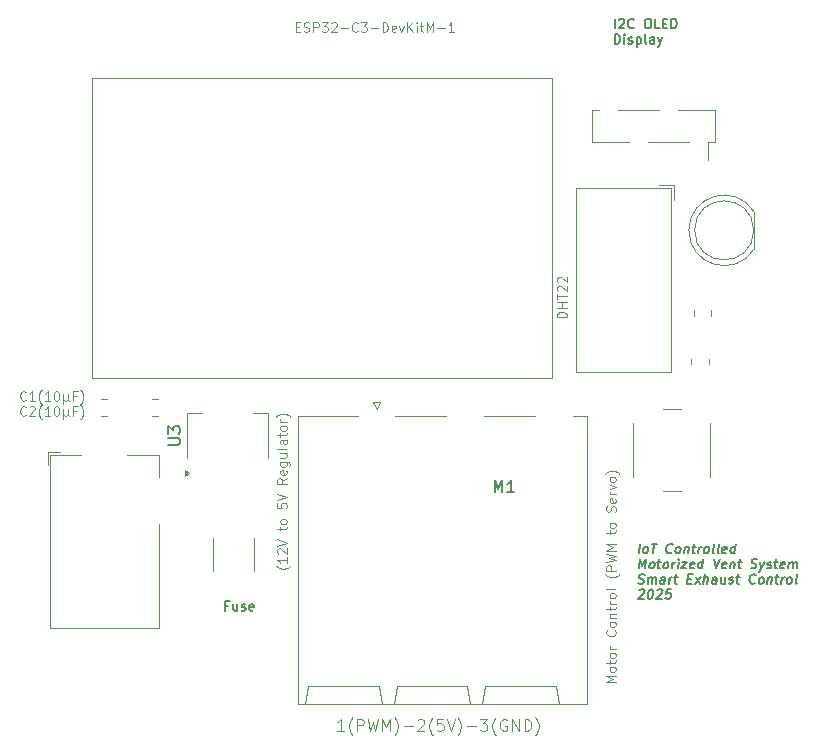
<source format=gbr>
%TF.GenerationSoftware,KiCad,Pcbnew,9.0.2*%
%TF.CreationDate,2025-08-02T19:20:04+02:00*%
%TF.ProjectId,Smart Exhaust Control,536d6172-7420-4457-9868-617573742043,rev?*%
%TF.SameCoordinates,Original*%
%TF.FileFunction,Legend,Top*%
%TF.FilePolarity,Positive*%
%FSLAX46Y46*%
G04 Gerber Fmt 4.6, Leading zero omitted, Abs format (unit mm)*
G04 Created by KiCad (PCBNEW 9.0.2) date 2025-08-02 19:20:04*
%MOMM*%
%LPD*%
G01*
G04 APERTURE LIST*
%ADD10C,0.100000*%
%ADD11C,0.093750*%
%ADD12C,0.150000*%
%ADD13C,0.160000*%
%ADD14C,0.125000*%
%ADD15C,0.120000*%
G04 APERTURE END LIST*
D10*
X100801657Y-80115163D02*
X100763561Y-80153258D01*
X100763561Y-80153258D02*
X100649276Y-80229449D01*
X100649276Y-80229449D02*
X100573085Y-80267544D01*
X100573085Y-80267544D02*
X100458800Y-80305639D01*
X100458800Y-80305639D02*
X100268323Y-80343734D01*
X100268323Y-80343734D02*
X100115942Y-80343734D01*
X100115942Y-80343734D02*
X99925466Y-80305639D01*
X99925466Y-80305639D02*
X99811180Y-80267544D01*
X99811180Y-80267544D02*
X99734990Y-80229449D01*
X99734990Y-80229449D02*
X99620704Y-80153258D01*
X99620704Y-80153258D02*
X99582609Y-80115163D01*
X100496895Y-79391354D02*
X100496895Y-79848497D01*
X100496895Y-79619925D02*
X99696895Y-79619925D01*
X99696895Y-79619925D02*
X99811180Y-79696116D01*
X99811180Y-79696116D02*
X99887371Y-79772306D01*
X99887371Y-79772306D02*
X99925466Y-79848497D01*
X99773085Y-79086592D02*
X99734990Y-79048496D01*
X99734990Y-79048496D02*
X99696895Y-78972306D01*
X99696895Y-78972306D02*
X99696895Y-78781830D01*
X99696895Y-78781830D02*
X99734990Y-78705639D01*
X99734990Y-78705639D02*
X99773085Y-78667544D01*
X99773085Y-78667544D02*
X99849276Y-78629449D01*
X99849276Y-78629449D02*
X99925466Y-78629449D01*
X99925466Y-78629449D02*
X100039752Y-78667544D01*
X100039752Y-78667544D02*
X100496895Y-79124687D01*
X100496895Y-79124687D02*
X100496895Y-78629449D01*
X99696895Y-78400877D02*
X100496895Y-78134210D01*
X100496895Y-78134210D02*
X99696895Y-77867544D01*
X99963561Y-77105639D02*
X99963561Y-76800877D01*
X99696895Y-76991353D02*
X100382609Y-76991353D01*
X100382609Y-76991353D02*
X100458800Y-76953258D01*
X100458800Y-76953258D02*
X100496895Y-76877068D01*
X100496895Y-76877068D02*
X100496895Y-76800877D01*
X100496895Y-76419925D02*
X100458800Y-76496115D01*
X100458800Y-76496115D02*
X100420704Y-76534210D01*
X100420704Y-76534210D02*
X100344514Y-76572306D01*
X100344514Y-76572306D02*
X100115942Y-76572306D01*
X100115942Y-76572306D02*
X100039752Y-76534210D01*
X100039752Y-76534210D02*
X100001657Y-76496115D01*
X100001657Y-76496115D02*
X99963561Y-76419925D01*
X99963561Y-76419925D02*
X99963561Y-76305639D01*
X99963561Y-76305639D02*
X100001657Y-76229448D01*
X100001657Y-76229448D02*
X100039752Y-76191353D01*
X100039752Y-76191353D02*
X100115942Y-76153258D01*
X100115942Y-76153258D02*
X100344514Y-76153258D01*
X100344514Y-76153258D02*
X100420704Y-76191353D01*
X100420704Y-76191353D02*
X100458800Y-76229448D01*
X100458800Y-76229448D02*
X100496895Y-76305639D01*
X100496895Y-76305639D02*
X100496895Y-76419925D01*
X99696895Y-74819924D02*
X99696895Y-75200876D01*
X99696895Y-75200876D02*
X100077847Y-75238972D01*
X100077847Y-75238972D02*
X100039752Y-75200876D01*
X100039752Y-75200876D02*
X100001657Y-75124686D01*
X100001657Y-75124686D02*
X100001657Y-74934210D01*
X100001657Y-74934210D02*
X100039752Y-74858019D01*
X100039752Y-74858019D02*
X100077847Y-74819924D01*
X100077847Y-74819924D02*
X100154038Y-74781829D01*
X100154038Y-74781829D02*
X100344514Y-74781829D01*
X100344514Y-74781829D02*
X100420704Y-74819924D01*
X100420704Y-74819924D02*
X100458800Y-74858019D01*
X100458800Y-74858019D02*
X100496895Y-74934210D01*
X100496895Y-74934210D02*
X100496895Y-75124686D01*
X100496895Y-75124686D02*
X100458800Y-75200876D01*
X100458800Y-75200876D02*
X100420704Y-75238972D01*
X99696895Y-74553257D02*
X100496895Y-74286590D01*
X100496895Y-74286590D02*
X99696895Y-74019924D01*
X100496895Y-72686590D02*
X100115942Y-72953257D01*
X100496895Y-73143733D02*
X99696895Y-73143733D01*
X99696895Y-73143733D02*
X99696895Y-72838971D01*
X99696895Y-72838971D02*
X99734990Y-72762781D01*
X99734990Y-72762781D02*
X99773085Y-72724686D01*
X99773085Y-72724686D02*
X99849276Y-72686590D01*
X99849276Y-72686590D02*
X99963561Y-72686590D01*
X99963561Y-72686590D02*
X100039752Y-72724686D01*
X100039752Y-72724686D02*
X100077847Y-72762781D01*
X100077847Y-72762781D02*
X100115942Y-72838971D01*
X100115942Y-72838971D02*
X100115942Y-73143733D01*
X100458800Y-72038971D02*
X100496895Y-72115162D01*
X100496895Y-72115162D02*
X100496895Y-72267543D01*
X100496895Y-72267543D02*
X100458800Y-72343733D01*
X100458800Y-72343733D02*
X100382609Y-72381829D01*
X100382609Y-72381829D02*
X100077847Y-72381829D01*
X100077847Y-72381829D02*
X100001657Y-72343733D01*
X100001657Y-72343733D02*
X99963561Y-72267543D01*
X99963561Y-72267543D02*
X99963561Y-72115162D01*
X99963561Y-72115162D02*
X100001657Y-72038971D01*
X100001657Y-72038971D02*
X100077847Y-72000876D01*
X100077847Y-72000876D02*
X100154038Y-72000876D01*
X100154038Y-72000876D02*
X100230228Y-72381829D01*
X99963561Y-71315162D02*
X100611180Y-71315162D01*
X100611180Y-71315162D02*
X100687371Y-71353257D01*
X100687371Y-71353257D02*
X100725466Y-71391353D01*
X100725466Y-71391353D02*
X100763561Y-71467543D01*
X100763561Y-71467543D02*
X100763561Y-71581829D01*
X100763561Y-71581829D02*
X100725466Y-71658019D01*
X100458800Y-71315162D02*
X100496895Y-71391353D01*
X100496895Y-71391353D02*
X100496895Y-71543734D01*
X100496895Y-71543734D02*
X100458800Y-71619924D01*
X100458800Y-71619924D02*
X100420704Y-71658019D01*
X100420704Y-71658019D02*
X100344514Y-71696115D01*
X100344514Y-71696115D02*
X100115942Y-71696115D01*
X100115942Y-71696115D02*
X100039752Y-71658019D01*
X100039752Y-71658019D02*
X100001657Y-71619924D01*
X100001657Y-71619924D02*
X99963561Y-71543734D01*
X99963561Y-71543734D02*
X99963561Y-71391353D01*
X99963561Y-71391353D02*
X100001657Y-71315162D01*
X99963561Y-70591352D02*
X100496895Y-70591352D01*
X99963561Y-70934209D02*
X100382609Y-70934209D01*
X100382609Y-70934209D02*
X100458800Y-70896114D01*
X100458800Y-70896114D02*
X100496895Y-70819924D01*
X100496895Y-70819924D02*
X100496895Y-70705638D01*
X100496895Y-70705638D02*
X100458800Y-70629447D01*
X100458800Y-70629447D02*
X100420704Y-70591352D01*
X100496895Y-70096114D02*
X100458800Y-70172304D01*
X100458800Y-70172304D02*
X100382609Y-70210399D01*
X100382609Y-70210399D02*
X99696895Y-70210399D01*
X100496895Y-69448494D02*
X100077847Y-69448494D01*
X100077847Y-69448494D02*
X100001657Y-69486589D01*
X100001657Y-69486589D02*
X99963561Y-69562780D01*
X99963561Y-69562780D02*
X99963561Y-69715161D01*
X99963561Y-69715161D02*
X100001657Y-69791351D01*
X100458800Y-69448494D02*
X100496895Y-69524685D01*
X100496895Y-69524685D02*
X100496895Y-69715161D01*
X100496895Y-69715161D02*
X100458800Y-69791351D01*
X100458800Y-69791351D02*
X100382609Y-69829447D01*
X100382609Y-69829447D02*
X100306419Y-69829447D01*
X100306419Y-69829447D02*
X100230228Y-69791351D01*
X100230228Y-69791351D02*
X100192133Y-69715161D01*
X100192133Y-69715161D02*
X100192133Y-69524685D01*
X100192133Y-69524685D02*
X100154038Y-69448494D01*
X99963561Y-69181827D02*
X99963561Y-68877065D01*
X99696895Y-69067541D02*
X100382609Y-69067541D01*
X100382609Y-69067541D02*
X100458800Y-69029446D01*
X100458800Y-69029446D02*
X100496895Y-68953256D01*
X100496895Y-68953256D02*
X100496895Y-68877065D01*
X100496895Y-68496113D02*
X100458800Y-68572303D01*
X100458800Y-68572303D02*
X100420704Y-68610398D01*
X100420704Y-68610398D02*
X100344514Y-68648494D01*
X100344514Y-68648494D02*
X100115942Y-68648494D01*
X100115942Y-68648494D02*
X100039752Y-68610398D01*
X100039752Y-68610398D02*
X100001657Y-68572303D01*
X100001657Y-68572303D02*
X99963561Y-68496113D01*
X99963561Y-68496113D02*
X99963561Y-68381827D01*
X99963561Y-68381827D02*
X100001657Y-68305636D01*
X100001657Y-68305636D02*
X100039752Y-68267541D01*
X100039752Y-68267541D02*
X100115942Y-68229446D01*
X100115942Y-68229446D02*
X100344514Y-68229446D01*
X100344514Y-68229446D02*
X100420704Y-68267541D01*
X100420704Y-68267541D02*
X100458800Y-68305636D01*
X100458800Y-68305636D02*
X100496895Y-68381827D01*
X100496895Y-68381827D02*
X100496895Y-68496113D01*
X100496895Y-67886588D02*
X99963561Y-67886588D01*
X100115942Y-67886588D02*
X100039752Y-67848493D01*
X100039752Y-67848493D02*
X100001657Y-67810398D01*
X100001657Y-67810398D02*
X99963561Y-67734207D01*
X99963561Y-67734207D02*
X99963561Y-67658017D01*
X100801657Y-67467541D02*
X100763561Y-67429446D01*
X100763561Y-67429446D02*
X100649276Y-67353255D01*
X100649276Y-67353255D02*
X100573085Y-67315160D01*
X100573085Y-67315160D02*
X100458800Y-67277065D01*
X100458800Y-67277065D02*
X100268323Y-67238969D01*
X100268323Y-67238969D02*
X100115942Y-67238969D01*
X100115942Y-67238969D02*
X99925466Y-67277065D01*
X99925466Y-67277065D02*
X99811180Y-67315160D01*
X99811180Y-67315160D02*
X99734990Y-67353255D01*
X99734990Y-67353255D02*
X99620704Y-67429446D01*
X99620704Y-67429446D02*
X99582609Y-67467541D01*
X124196895Y-59043734D02*
X123396895Y-59043734D01*
X123396895Y-59043734D02*
X123396895Y-58853258D01*
X123396895Y-58853258D02*
X123434990Y-58738972D01*
X123434990Y-58738972D02*
X123511180Y-58662782D01*
X123511180Y-58662782D02*
X123587371Y-58624687D01*
X123587371Y-58624687D02*
X123739752Y-58586591D01*
X123739752Y-58586591D02*
X123854038Y-58586591D01*
X123854038Y-58586591D02*
X124006419Y-58624687D01*
X124006419Y-58624687D02*
X124082609Y-58662782D01*
X124082609Y-58662782D02*
X124158800Y-58738972D01*
X124158800Y-58738972D02*
X124196895Y-58853258D01*
X124196895Y-58853258D02*
X124196895Y-59043734D01*
X124196895Y-58243734D02*
X123396895Y-58243734D01*
X123777847Y-58243734D02*
X123777847Y-57786591D01*
X124196895Y-57786591D02*
X123396895Y-57786591D01*
X123396895Y-57519925D02*
X123396895Y-57062782D01*
X124196895Y-57291354D02*
X123396895Y-57291354D01*
X123473085Y-56834211D02*
X123434990Y-56796115D01*
X123434990Y-56796115D02*
X123396895Y-56719925D01*
X123396895Y-56719925D02*
X123396895Y-56529449D01*
X123396895Y-56529449D02*
X123434990Y-56453258D01*
X123434990Y-56453258D02*
X123473085Y-56415163D01*
X123473085Y-56415163D02*
X123549276Y-56377068D01*
X123549276Y-56377068D02*
X123625466Y-56377068D01*
X123625466Y-56377068D02*
X123739752Y-56415163D01*
X123739752Y-56415163D02*
X124196895Y-56872306D01*
X124196895Y-56872306D02*
X124196895Y-56377068D01*
X123473085Y-56072306D02*
X123434990Y-56034210D01*
X123434990Y-56034210D02*
X123396895Y-55958020D01*
X123396895Y-55958020D02*
X123396895Y-55767544D01*
X123396895Y-55767544D02*
X123434990Y-55691353D01*
X123434990Y-55691353D02*
X123473085Y-55653258D01*
X123473085Y-55653258D02*
X123549276Y-55615163D01*
X123549276Y-55615163D02*
X123625466Y-55615163D01*
X123625466Y-55615163D02*
X123739752Y-55653258D01*
X123739752Y-55653258D02*
X124196895Y-56110401D01*
X124196895Y-56110401D02*
X124196895Y-55615163D01*
D11*
X101252153Y-34478172D02*
X101518819Y-34478172D01*
X101633105Y-34897220D02*
X101252153Y-34897220D01*
X101252153Y-34897220D02*
X101252153Y-34097220D01*
X101252153Y-34097220D02*
X101633105Y-34097220D01*
X101937867Y-34859125D02*
X102052153Y-34897220D01*
X102052153Y-34897220D02*
X102242629Y-34897220D01*
X102242629Y-34897220D02*
X102318820Y-34859125D01*
X102318820Y-34859125D02*
X102356915Y-34821029D01*
X102356915Y-34821029D02*
X102395010Y-34744839D01*
X102395010Y-34744839D02*
X102395010Y-34668648D01*
X102395010Y-34668648D02*
X102356915Y-34592458D01*
X102356915Y-34592458D02*
X102318820Y-34554363D01*
X102318820Y-34554363D02*
X102242629Y-34516267D01*
X102242629Y-34516267D02*
X102090248Y-34478172D01*
X102090248Y-34478172D02*
X102014058Y-34440077D01*
X102014058Y-34440077D02*
X101975963Y-34401982D01*
X101975963Y-34401982D02*
X101937867Y-34325791D01*
X101937867Y-34325791D02*
X101937867Y-34249601D01*
X101937867Y-34249601D02*
X101975963Y-34173410D01*
X101975963Y-34173410D02*
X102014058Y-34135315D01*
X102014058Y-34135315D02*
X102090248Y-34097220D01*
X102090248Y-34097220D02*
X102280725Y-34097220D01*
X102280725Y-34097220D02*
X102395010Y-34135315D01*
X102737868Y-34897220D02*
X102737868Y-34097220D01*
X102737868Y-34097220D02*
X103042630Y-34097220D01*
X103042630Y-34097220D02*
X103118820Y-34135315D01*
X103118820Y-34135315D02*
X103156915Y-34173410D01*
X103156915Y-34173410D02*
X103195011Y-34249601D01*
X103195011Y-34249601D02*
X103195011Y-34363886D01*
X103195011Y-34363886D02*
X103156915Y-34440077D01*
X103156915Y-34440077D02*
X103118820Y-34478172D01*
X103118820Y-34478172D02*
X103042630Y-34516267D01*
X103042630Y-34516267D02*
X102737868Y-34516267D01*
X103461677Y-34097220D02*
X103956915Y-34097220D01*
X103956915Y-34097220D02*
X103690249Y-34401982D01*
X103690249Y-34401982D02*
X103804534Y-34401982D01*
X103804534Y-34401982D02*
X103880725Y-34440077D01*
X103880725Y-34440077D02*
X103918820Y-34478172D01*
X103918820Y-34478172D02*
X103956915Y-34554363D01*
X103956915Y-34554363D02*
X103956915Y-34744839D01*
X103956915Y-34744839D02*
X103918820Y-34821029D01*
X103918820Y-34821029D02*
X103880725Y-34859125D01*
X103880725Y-34859125D02*
X103804534Y-34897220D01*
X103804534Y-34897220D02*
X103575963Y-34897220D01*
X103575963Y-34897220D02*
X103499772Y-34859125D01*
X103499772Y-34859125D02*
X103461677Y-34821029D01*
X104261677Y-34173410D02*
X104299773Y-34135315D01*
X104299773Y-34135315D02*
X104375963Y-34097220D01*
X104375963Y-34097220D02*
X104566439Y-34097220D01*
X104566439Y-34097220D02*
X104642630Y-34135315D01*
X104642630Y-34135315D02*
X104680725Y-34173410D01*
X104680725Y-34173410D02*
X104718820Y-34249601D01*
X104718820Y-34249601D02*
X104718820Y-34325791D01*
X104718820Y-34325791D02*
X104680725Y-34440077D01*
X104680725Y-34440077D02*
X104223582Y-34897220D01*
X104223582Y-34897220D02*
X104718820Y-34897220D01*
X105061678Y-34592458D02*
X105671202Y-34592458D01*
X106509297Y-34821029D02*
X106471201Y-34859125D01*
X106471201Y-34859125D02*
X106356916Y-34897220D01*
X106356916Y-34897220D02*
X106280725Y-34897220D01*
X106280725Y-34897220D02*
X106166439Y-34859125D01*
X106166439Y-34859125D02*
X106090249Y-34782934D01*
X106090249Y-34782934D02*
X106052154Y-34706744D01*
X106052154Y-34706744D02*
X106014058Y-34554363D01*
X106014058Y-34554363D02*
X106014058Y-34440077D01*
X106014058Y-34440077D02*
X106052154Y-34287696D01*
X106052154Y-34287696D02*
X106090249Y-34211505D01*
X106090249Y-34211505D02*
X106166439Y-34135315D01*
X106166439Y-34135315D02*
X106280725Y-34097220D01*
X106280725Y-34097220D02*
X106356916Y-34097220D01*
X106356916Y-34097220D02*
X106471201Y-34135315D01*
X106471201Y-34135315D02*
X106509297Y-34173410D01*
X106775963Y-34097220D02*
X107271201Y-34097220D01*
X107271201Y-34097220D02*
X107004535Y-34401982D01*
X107004535Y-34401982D02*
X107118820Y-34401982D01*
X107118820Y-34401982D02*
X107195011Y-34440077D01*
X107195011Y-34440077D02*
X107233106Y-34478172D01*
X107233106Y-34478172D02*
X107271201Y-34554363D01*
X107271201Y-34554363D02*
X107271201Y-34744839D01*
X107271201Y-34744839D02*
X107233106Y-34821029D01*
X107233106Y-34821029D02*
X107195011Y-34859125D01*
X107195011Y-34859125D02*
X107118820Y-34897220D01*
X107118820Y-34897220D02*
X106890249Y-34897220D01*
X106890249Y-34897220D02*
X106814058Y-34859125D01*
X106814058Y-34859125D02*
X106775963Y-34821029D01*
X107614059Y-34592458D02*
X108223583Y-34592458D01*
X108604535Y-34897220D02*
X108604535Y-34097220D01*
X108604535Y-34097220D02*
X108795011Y-34097220D01*
X108795011Y-34097220D02*
X108909297Y-34135315D01*
X108909297Y-34135315D02*
X108985487Y-34211505D01*
X108985487Y-34211505D02*
X109023582Y-34287696D01*
X109023582Y-34287696D02*
X109061678Y-34440077D01*
X109061678Y-34440077D02*
X109061678Y-34554363D01*
X109061678Y-34554363D02*
X109023582Y-34706744D01*
X109023582Y-34706744D02*
X108985487Y-34782934D01*
X108985487Y-34782934D02*
X108909297Y-34859125D01*
X108909297Y-34859125D02*
X108795011Y-34897220D01*
X108795011Y-34897220D02*
X108604535Y-34897220D01*
X109709297Y-34859125D02*
X109633106Y-34897220D01*
X109633106Y-34897220D02*
X109480725Y-34897220D01*
X109480725Y-34897220D02*
X109404535Y-34859125D01*
X109404535Y-34859125D02*
X109366439Y-34782934D01*
X109366439Y-34782934D02*
X109366439Y-34478172D01*
X109366439Y-34478172D02*
X109404535Y-34401982D01*
X109404535Y-34401982D02*
X109480725Y-34363886D01*
X109480725Y-34363886D02*
X109633106Y-34363886D01*
X109633106Y-34363886D02*
X109709297Y-34401982D01*
X109709297Y-34401982D02*
X109747392Y-34478172D01*
X109747392Y-34478172D02*
X109747392Y-34554363D01*
X109747392Y-34554363D02*
X109366439Y-34630553D01*
X110014058Y-34363886D02*
X110204534Y-34897220D01*
X110204534Y-34897220D02*
X110395011Y-34363886D01*
X110699773Y-34897220D02*
X110699773Y-34097220D01*
X111156916Y-34897220D02*
X110814058Y-34440077D01*
X111156916Y-34097220D02*
X110699773Y-34554363D01*
X111499773Y-34897220D02*
X111499773Y-34363886D01*
X111499773Y-34097220D02*
X111461677Y-34135315D01*
X111461677Y-34135315D02*
X111499773Y-34173410D01*
X111499773Y-34173410D02*
X111537868Y-34135315D01*
X111537868Y-34135315D02*
X111499773Y-34097220D01*
X111499773Y-34097220D02*
X111499773Y-34173410D01*
X111766439Y-34363886D02*
X112071201Y-34363886D01*
X111880725Y-34097220D02*
X111880725Y-34782934D01*
X111880725Y-34782934D02*
X111918820Y-34859125D01*
X111918820Y-34859125D02*
X111995010Y-34897220D01*
X111995010Y-34897220D02*
X112071201Y-34897220D01*
X112337868Y-34897220D02*
X112337868Y-34097220D01*
X112337868Y-34097220D02*
X112604534Y-34668648D01*
X112604534Y-34668648D02*
X112871201Y-34097220D01*
X112871201Y-34097220D02*
X112871201Y-34897220D01*
X113252154Y-34592458D02*
X113861678Y-34592458D01*
X114661677Y-34897220D02*
X114204534Y-34897220D01*
X114433106Y-34897220D02*
X114433106Y-34097220D01*
X114433106Y-34097220D02*
X114356915Y-34211505D01*
X114356915Y-34211505D02*
X114280725Y-34287696D01*
X114280725Y-34287696D02*
X114204534Y-34325791D01*
D12*
X128289160Y-34606340D02*
X128289160Y-33806340D01*
X128632016Y-33882530D02*
X128670112Y-33844435D01*
X128670112Y-33844435D02*
X128746302Y-33806340D01*
X128746302Y-33806340D02*
X128936778Y-33806340D01*
X128936778Y-33806340D02*
X129012969Y-33844435D01*
X129012969Y-33844435D02*
X129051064Y-33882530D01*
X129051064Y-33882530D02*
X129089159Y-33958721D01*
X129089159Y-33958721D02*
X129089159Y-34034911D01*
X129089159Y-34034911D02*
X129051064Y-34149197D01*
X129051064Y-34149197D02*
X128593921Y-34606340D01*
X128593921Y-34606340D02*
X129089159Y-34606340D01*
X129889160Y-34530149D02*
X129851064Y-34568245D01*
X129851064Y-34568245D02*
X129736779Y-34606340D01*
X129736779Y-34606340D02*
X129660588Y-34606340D01*
X129660588Y-34606340D02*
X129546302Y-34568245D01*
X129546302Y-34568245D02*
X129470112Y-34492054D01*
X129470112Y-34492054D02*
X129432017Y-34415864D01*
X129432017Y-34415864D02*
X129393921Y-34263483D01*
X129393921Y-34263483D02*
X129393921Y-34149197D01*
X129393921Y-34149197D02*
X129432017Y-33996816D01*
X129432017Y-33996816D02*
X129470112Y-33920625D01*
X129470112Y-33920625D02*
X129546302Y-33844435D01*
X129546302Y-33844435D02*
X129660588Y-33806340D01*
X129660588Y-33806340D02*
X129736779Y-33806340D01*
X129736779Y-33806340D02*
X129851064Y-33844435D01*
X129851064Y-33844435D02*
X129889160Y-33882530D01*
X130993922Y-33806340D02*
X131146303Y-33806340D01*
X131146303Y-33806340D02*
X131222493Y-33844435D01*
X131222493Y-33844435D02*
X131298684Y-33920625D01*
X131298684Y-33920625D02*
X131336779Y-34073006D01*
X131336779Y-34073006D02*
X131336779Y-34339673D01*
X131336779Y-34339673D02*
X131298684Y-34492054D01*
X131298684Y-34492054D02*
X131222493Y-34568245D01*
X131222493Y-34568245D02*
X131146303Y-34606340D01*
X131146303Y-34606340D02*
X130993922Y-34606340D01*
X130993922Y-34606340D02*
X130917731Y-34568245D01*
X130917731Y-34568245D02*
X130841541Y-34492054D01*
X130841541Y-34492054D02*
X130803445Y-34339673D01*
X130803445Y-34339673D02*
X130803445Y-34073006D01*
X130803445Y-34073006D02*
X130841541Y-33920625D01*
X130841541Y-33920625D02*
X130917731Y-33844435D01*
X130917731Y-33844435D02*
X130993922Y-33806340D01*
X132060588Y-34606340D02*
X131679636Y-34606340D01*
X131679636Y-34606340D02*
X131679636Y-33806340D01*
X132327255Y-34187292D02*
X132593921Y-34187292D01*
X132708207Y-34606340D02*
X132327255Y-34606340D01*
X132327255Y-34606340D02*
X132327255Y-33806340D01*
X132327255Y-33806340D02*
X132708207Y-33806340D01*
X133051065Y-34606340D02*
X133051065Y-33806340D01*
X133051065Y-33806340D02*
X133241541Y-33806340D01*
X133241541Y-33806340D02*
X133355827Y-33844435D01*
X133355827Y-33844435D02*
X133432017Y-33920625D01*
X133432017Y-33920625D02*
X133470112Y-33996816D01*
X133470112Y-33996816D02*
X133508208Y-34149197D01*
X133508208Y-34149197D02*
X133508208Y-34263483D01*
X133508208Y-34263483D02*
X133470112Y-34415864D01*
X133470112Y-34415864D02*
X133432017Y-34492054D01*
X133432017Y-34492054D02*
X133355827Y-34568245D01*
X133355827Y-34568245D02*
X133241541Y-34606340D01*
X133241541Y-34606340D02*
X133051065Y-34606340D01*
X128289160Y-35894295D02*
X128289160Y-35094295D01*
X128289160Y-35094295D02*
X128479636Y-35094295D01*
X128479636Y-35094295D02*
X128593922Y-35132390D01*
X128593922Y-35132390D02*
X128670112Y-35208580D01*
X128670112Y-35208580D02*
X128708207Y-35284771D01*
X128708207Y-35284771D02*
X128746303Y-35437152D01*
X128746303Y-35437152D02*
X128746303Y-35551438D01*
X128746303Y-35551438D02*
X128708207Y-35703819D01*
X128708207Y-35703819D02*
X128670112Y-35780009D01*
X128670112Y-35780009D02*
X128593922Y-35856200D01*
X128593922Y-35856200D02*
X128479636Y-35894295D01*
X128479636Y-35894295D02*
X128289160Y-35894295D01*
X129089160Y-35894295D02*
X129089160Y-35360961D01*
X129089160Y-35094295D02*
X129051064Y-35132390D01*
X129051064Y-35132390D02*
X129089160Y-35170485D01*
X129089160Y-35170485D02*
X129127255Y-35132390D01*
X129127255Y-35132390D02*
X129089160Y-35094295D01*
X129089160Y-35094295D02*
X129089160Y-35170485D01*
X129432016Y-35856200D02*
X129508207Y-35894295D01*
X129508207Y-35894295D02*
X129660588Y-35894295D01*
X129660588Y-35894295D02*
X129736778Y-35856200D01*
X129736778Y-35856200D02*
X129774874Y-35780009D01*
X129774874Y-35780009D02*
X129774874Y-35741914D01*
X129774874Y-35741914D02*
X129736778Y-35665723D01*
X129736778Y-35665723D02*
X129660588Y-35627628D01*
X129660588Y-35627628D02*
X129546302Y-35627628D01*
X129546302Y-35627628D02*
X129470112Y-35589533D01*
X129470112Y-35589533D02*
X129432016Y-35513342D01*
X129432016Y-35513342D02*
X129432016Y-35475247D01*
X129432016Y-35475247D02*
X129470112Y-35399057D01*
X129470112Y-35399057D02*
X129546302Y-35360961D01*
X129546302Y-35360961D02*
X129660588Y-35360961D01*
X129660588Y-35360961D02*
X129736778Y-35399057D01*
X130117731Y-35360961D02*
X130117731Y-36160961D01*
X130117731Y-35399057D02*
X130193921Y-35360961D01*
X130193921Y-35360961D02*
X130346302Y-35360961D01*
X130346302Y-35360961D02*
X130422493Y-35399057D01*
X130422493Y-35399057D02*
X130460588Y-35437152D01*
X130460588Y-35437152D02*
X130498683Y-35513342D01*
X130498683Y-35513342D02*
X130498683Y-35741914D01*
X130498683Y-35741914D02*
X130460588Y-35818104D01*
X130460588Y-35818104D02*
X130422493Y-35856200D01*
X130422493Y-35856200D02*
X130346302Y-35894295D01*
X130346302Y-35894295D02*
X130193921Y-35894295D01*
X130193921Y-35894295D02*
X130117731Y-35856200D01*
X130955826Y-35894295D02*
X130879636Y-35856200D01*
X130879636Y-35856200D02*
X130841541Y-35780009D01*
X130841541Y-35780009D02*
X130841541Y-35094295D01*
X131603446Y-35894295D02*
X131603446Y-35475247D01*
X131603446Y-35475247D02*
X131565351Y-35399057D01*
X131565351Y-35399057D02*
X131489160Y-35360961D01*
X131489160Y-35360961D02*
X131336779Y-35360961D01*
X131336779Y-35360961D02*
X131260589Y-35399057D01*
X131603446Y-35856200D02*
X131527255Y-35894295D01*
X131527255Y-35894295D02*
X131336779Y-35894295D01*
X131336779Y-35894295D02*
X131260589Y-35856200D01*
X131260589Y-35856200D02*
X131222493Y-35780009D01*
X131222493Y-35780009D02*
X131222493Y-35703819D01*
X131222493Y-35703819D02*
X131260589Y-35627628D01*
X131260589Y-35627628D02*
X131336779Y-35589533D01*
X131336779Y-35589533D02*
X131527255Y-35589533D01*
X131527255Y-35589533D02*
X131603446Y-35551438D01*
X131908208Y-35360961D02*
X132098684Y-35894295D01*
X132289161Y-35360961D02*
X132098684Y-35894295D01*
X132098684Y-35894295D02*
X132022494Y-36084771D01*
X132022494Y-36084771D02*
X131984399Y-36122866D01*
X131984399Y-36122866D02*
X131908208Y-36160961D01*
D13*
X130290977Y-79029910D02*
X130390977Y-78229910D01*
X130786215Y-79029910D02*
X130714786Y-78991815D01*
X130714786Y-78991815D02*
X130681453Y-78953719D01*
X130681453Y-78953719D02*
X130652881Y-78877529D01*
X130652881Y-78877529D02*
X130681453Y-78648957D01*
X130681453Y-78648957D02*
X130729072Y-78572767D01*
X130729072Y-78572767D02*
X130771929Y-78534672D01*
X130771929Y-78534672D02*
X130852881Y-78496576D01*
X130852881Y-78496576D02*
X130967167Y-78496576D01*
X130967167Y-78496576D02*
X131038595Y-78534672D01*
X131038595Y-78534672D02*
X131071929Y-78572767D01*
X131071929Y-78572767D02*
X131100500Y-78648957D01*
X131100500Y-78648957D02*
X131071929Y-78877529D01*
X131071929Y-78877529D02*
X131024310Y-78953719D01*
X131024310Y-78953719D02*
X130981453Y-78991815D01*
X130981453Y-78991815D02*
X130900500Y-79029910D01*
X130900500Y-79029910D02*
X130786215Y-79029910D01*
X131381453Y-78229910D02*
X131838596Y-78229910D01*
X131510025Y-79029910D02*
X131610025Y-78229910D01*
X133081453Y-78953719D02*
X133038596Y-78991815D01*
X133038596Y-78991815D02*
X132919549Y-79029910D01*
X132919549Y-79029910D02*
X132843358Y-79029910D01*
X132843358Y-79029910D02*
X132733834Y-78991815D01*
X132733834Y-78991815D02*
X132667168Y-78915624D01*
X132667168Y-78915624D02*
X132638596Y-78839434D01*
X132638596Y-78839434D02*
X132619549Y-78687053D01*
X132619549Y-78687053D02*
X132633834Y-78572767D01*
X132633834Y-78572767D02*
X132690977Y-78420386D01*
X132690977Y-78420386D02*
X132738596Y-78344195D01*
X132738596Y-78344195D02*
X132824311Y-78268005D01*
X132824311Y-78268005D02*
X132943358Y-78229910D01*
X132943358Y-78229910D02*
X133019549Y-78229910D01*
X133019549Y-78229910D02*
X133129073Y-78268005D01*
X133129073Y-78268005D02*
X133162406Y-78306100D01*
X133529073Y-79029910D02*
X133457644Y-78991815D01*
X133457644Y-78991815D02*
X133424311Y-78953719D01*
X133424311Y-78953719D02*
X133395739Y-78877529D01*
X133395739Y-78877529D02*
X133424311Y-78648957D01*
X133424311Y-78648957D02*
X133471930Y-78572767D01*
X133471930Y-78572767D02*
X133514787Y-78534672D01*
X133514787Y-78534672D02*
X133595739Y-78496576D01*
X133595739Y-78496576D02*
X133710025Y-78496576D01*
X133710025Y-78496576D02*
X133781453Y-78534672D01*
X133781453Y-78534672D02*
X133814787Y-78572767D01*
X133814787Y-78572767D02*
X133843358Y-78648957D01*
X133843358Y-78648957D02*
X133814787Y-78877529D01*
X133814787Y-78877529D02*
X133767168Y-78953719D01*
X133767168Y-78953719D02*
X133724311Y-78991815D01*
X133724311Y-78991815D02*
X133643358Y-79029910D01*
X133643358Y-79029910D02*
X133529073Y-79029910D01*
X134205263Y-78496576D02*
X134138597Y-79029910D01*
X134195740Y-78572767D02*
X134238597Y-78534672D01*
X134238597Y-78534672D02*
X134319549Y-78496576D01*
X134319549Y-78496576D02*
X134433835Y-78496576D01*
X134433835Y-78496576D02*
X134505263Y-78534672D01*
X134505263Y-78534672D02*
X134533835Y-78610862D01*
X134533835Y-78610862D02*
X134481454Y-79029910D01*
X134814788Y-78496576D02*
X135119550Y-78496576D01*
X134962407Y-78229910D02*
X134876693Y-78915624D01*
X134876693Y-78915624D02*
X134905264Y-78991815D01*
X134905264Y-78991815D02*
X134976693Y-79029910D01*
X134976693Y-79029910D02*
X135052883Y-79029910D01*
X135319550Y-79029910D02*
X135386216Y-78496576D01*
X135367169Y-78648957D02*
X135414788Y-78572767D01*
X135414788Y-78572767D02*
X135457645Y-78534672D01*
X135457645Y-78534672D02*
X135538597Y-78496576D01*
X135538597Y-78496576D02*
X135614788Y-78496576D01*
X135929074Y-79029910D02*
X135857645Y-78991815D01*
X135857645Y-78991815D02*
X135824312Y-78953719D01*
X135824312Y-78953719D02*
X135795740Y-78877529D01*
X135795740Y-78877529D02*
X135824312Y-78648957D01*
X135824312Y-78648957D02*
X135871931Y-78572767D01*
X135871931Y-78572767D02*
X135914788Y-78534672D01*
X135914788Y-78534672D02*
X135995740Y-78496576D01*
X135995740Y-78496576D02*
X136110026Y-78496576D01*
X136110026Y-78496576D02*
X136181454Y-78534672D01*
X136181454Y-78534672D02*
X136214788Y-78572767D01*
X136214788Y-78572767D02*
X136243359Y-78648957D01*
X136243359Y-78648957D02*
X136214788Y-78877529D01*
X136214788Y-78877529D02*
X136167169Y-78953719D01*
X136167169Y-78953719D02*
X136124312Y-78991815D01*
X136124312Y-78991815D02*
X136043359Y-79029910D01*
X136043359Y-79029910D02*
X135929074Y-79029910D01*
X136652884Y-79029910D02*
X136581455Y-78991815D01*
X136581455Y-78991815D02*
X136552884Y-78915624D01*
X136552884Y-78915624D02*
X136638598Y-78229910D01*
X137071932Y-79029910D02*
X137000503Y-78991815D01*
X137000503Y-78991815D02*
X136971932Y-78915624D01*
X136971932Y-78915624D02*
X137057646Y-78229910D01*
X137686218Y-78991815D02*
X137605265Y-79029910D01*
X137605265Y-79029910D02*
X137452884Y-79029910D01*
X137452884Y-79029910D02*
X137381456Y-78991815D01*
X137381456Y-78991815D02*
X137352884Y-78915624D01*
X137352884Y-78915624D02*
X137390980Y-78610862D01*
X137390980Y-78610862D02*
X137438599Y-78534672D01*
X137438599Y-78534672D02*
X137519551Y-78496576D01*
X137519551Y-78496576D02*
X137671932Y-78496576D01*
X137671932Y-78496576D02*
X137743360Y-78534672D01*
X137743360Y-78534672D02*
X137771932Y-78610862D01*
X137771932Y-78610862D02*
X137762408Y-78687053D01*
X137762408Y-78687053D02*
X137371932Y-78763243D01*
X138405265Y-79029910D02*
X138505265Y-78229910D01*
X138410027Y-78991815D02*
X138329074Y-79029910D01*
X138329074Y-79029910D02*
X138176694Y-79029910D01*
X138176694Y-79029910D02*
X138105265Y-78991815D01*
X138105265Y-78991815D02*
X138071932Y-78953719D01*
X138071932Y-78953719D02*
X138043360Y-78877529D01*
X138043360Y-78877529D02*
X138071932Y-78648957D01*
X138071932Y-78648957D02*
X138119551Y-78572767D01*
X138119551Y-78572767D02*
X138162408Y-78534672D01*
X138162408Y-78534672D02*
X138243360Y-78496576D01*
X138243360Y-78496576D02*
X138395741Y-78496576D01*
X138395741Y-78496576D02*
X138467170Y-78534672D01*
X130290977Y-80317865D02*
X130390977Y-79517865D01*
X130390977Y-79517865D02*
X130586215Y-80089293D01*
X130586215Y-80089293D02*
X130924310Y-79517865D01*
X130924310Y-79517865D02*
X130824310Y-80317865D01*
X131319549Y-80317865D02*
X131248120Y-80279770D01*
X131248120Y-80279770D02*
X131214787Y-80241674D01*
X131214787Y-80241674D02*
X131186215Y-80165484D01*
X131186215Y-80165484D02*
X131214787Y-79936912D01*
X131214787Y-79936912D02*
X131262406Y-79860722D01*
X131262406Y-79860722D02*
X131305263Y-79822627D01*
X131305263Y-79822627D02*
X131386215Y-79784531D01*
X131386215Y-79784531D02*
X131500501Y-79784531D01*
X131500501Y-79784531D02*
X131571929Y-79822627D01*
X131571929Y-79822627D02*
X131605263Y-79860722D01*
X131605263Y-79860722D02*
X131633834Y-79936912D01*
X131633834Y-79936912D02*
X131605263Y-80165484D01*
X131605263Y-80165484D02*
X131557644Y-80241674D01*
X131557644Y-80241674D02*
X131514787Y-80279770D01*
X131514787Y-80279770D02*
X131433834Y-80317865D01*
X131433834Y-80317865D02*
X131319549Y-80317865D01*
X131881454Y-79784531D02*
X132186216Y-79784531D01*
X132029073Y-79517865D02*
X131943359Y-80203579D01*
X131943359Y-80203579D02*
X131971930Y-80279770D01*
X131971930Y-80279770D02*
X132043359Y-80317865D01*
X132043359Y-80317865D02*
X132119549Y-80317865D01*
X132500502Y-80317865D02*
X132429073Y-80279770D01*
X132429073Y-80279770D02*
X132395740Y-80241674D01*
X132395740Y-80241674D02*
X132367168Y-80165484D01*
X132367168Y-80165484D02*
X132395740Y-79936912D01*
X132395740Y-79936912D02*
X132443359Y-79860722D01*
X132443359Y-79860722D02*
X132486216Y-79822627D01*
X132486216Y-79822627D02*
X132567168Y-79784531D01*
X132567168Y-79784531D02*
X132681454Y-79784531D01*
X132681454Y-79784531D02*
X132752882Y-79822627D01*
X132752882Y-79822627D02*
X132786216Y-79860722D01*
X132786216Y-79860722D02*
X132814787Y-79936912D01*
X132814787Y-79936912D02*
X132786216Y-80165484D01*
X132786216Y-80165484D02*
X132738597Y-80241674D01*
X132738597Y-80241674D02*
X132695740Y-80279770D01*
X132695740Y-80279770D02*
X132614787Y-80317865D01*
X132614787Y-80317865D02*
X132500502Y-80317865D01*
X133110026Y-80317865D02*
X133176692Y-79784531D01*
X133157645Y-79936912D02*
X133205264Y-79860722D01*
X133205264Y-79860722D02*
X133248121Y-79822627D01*
X133248121Y-79822627D02*
X133329073Y-79784531D01*
X133329073Y-79784531D02*
X133405264Y-79784531D01*
X133605264Y-80317865D02*
X133671930Y-79784531D01*
X133705264Y-79517865D02*
X133662407Y-79555960D01*
X133662407Y-79555960D02*
X133695740Y-79594055D01*
X133695740Y-79594055D02*
X133738597Y-79555960D01*
X133738597Y-79555960D02*
X133705264Y-79517865D01*
X133705264Y-79517865D02*
X133695740Y-79594055D01*
X133976692Y-79784531D02*
X134395740Y-79784531D01*
X134395740Y-79784531D02*
X133910025Y-80317865D01*
X133910025Y-80317865D02*
X134329073Y-80317865D01*
X134943359Y-80279770D02*
X134862406Y-80317865D01*
X134862406Y-80317865D02*
X134710025Y-80317865D01*
X134710025Y-80317865D02*
X134638597Y-80279770D01*
X134638597Y-80279770D02*
X134610025Y-80203579D01*
X134610025Y-80203579D02*
X134648121Y-79898817D01*
X134648121Y-79898817D02*
X134695740Y-79822627D01*
X134695740Y-79822627D02*
X134776692Y-79784531D01*
X134776692Y-79784531D02*
X134929073Y-79784531D01*
X134929073Y-79784531D02*
X135000501Y-79822627D01*
X135000501Y-79822627D02*
X135029073Y-79898817D01*
X135029073Y-79898817D02*
X135019549Y-79975008D01*
X135019549Y-79975008D02*
X134629073Y-80051198D01*
X135662406Y-80317865D02*
X135762406Y-79517865D01*
X135667168Y-80279770D02*
X135586215Y-80317865D01*
X135586215Y-80317865D02*
X135433835Y-80317865D01*
X135433835Y-80317865D02*
X135362406Y-80279770D01*
X135362406Y-80279770D02*
X135329073Y-80241674D01*
X135329073Y-80241674D02*
X135300501Y-80165484D01*
X135300501Y-80165484D02*
X135329073Y-79936912D01*
X135329073Y-79936912D02*
X135376692Y-79860722D01*
X135376692Y-79860722D02*
X135419549Y-79822627D01*
X135419549Y-79822627D02*
X135500501Y-79784531D01*
X135500501Y-79784531D02*
X135652882Y-79784531D01*
X135652882Y-79784531D02*
X135724311Y-79822627D01*
X136638597Y-79517865D02*
X136805264Y-80317865D01*
X136805264Y-80317865D02*
X137171930Y-79517865D01*
X137648121Y-80279770D02*
X137567168Y-80317865D01*
X137567168Y-80317865D02*
X137414787Y-80317865D01*
X137414787Y-80317865D02*
X137343359Y-80279770D01*
X137343359Y-80279770D02*
X137314787Y-80203579D01*
X137314787Y-80203579D02*
X137352883Y-79898817D01*
X137352883Y-79898817D02*
X137400502Y-79822627D01*
X137400502Y-79822627D02*
X137481454Y-79784531D01*
X137481454Y-79784531D02*
X137633835Y-79784531D01*
X137633835Y-79784531D02*
X137705263Y-79822627D01*
X137705263Y-79822627D02*
X137733835Y-79898817D01*
X137733835Y-79898817D02*
X137724311Y-79975008D01*
X137724311Y-79975008D02*
X137333835Y-80051198D01*
X138090977Y-79784531D02*
X138024311Y-80317865D01*
X138081454Y-79860722D02*
X138124311Y-79822627D01*
X138124311Y-79822627D02*
X138205263Y-79784531D01*
X138205263Y-79784531D02*
X138319549Y-79784531D01*
X138319549Y-79784531D02*
X138390977Y-79822627D01*
X138390977Y-79822627D02*
X138419549Y-79898817D01*
X138419549Y-79898817D02*
X138367168Y-80317865D01*
X138700502Y-79784531D02*
X139005264Y-79784531D01*
X138848121Y-79517865D02*
X138762407Y-80203579D01*
X138762407Y-80203579D02*
X138790978Y-80279770D01*
X138790978Y-80279770D02*
X138862407Y-80317865D01*
X138862407Y-80317865D02*
X138938597Y-80317865D01*
X139781454Y-80279770D02*
X139890978Y-80317865D01*
X139890978Y-80317865D02*
X140081454Y-80317865D01*
X140081454Y-80317865D02*
X140162407Y-80279770D01*
X140162407Y-80279770D02*
X140205264Y-80241674D01*
X140205264Y-80241674D02*
X140252883Y-80165484D01*
X140252883Y-80165484D02*
X140262407Y-80089293D01*
X140262407Y-80089293D02*
X140233835Y-80013103D01*
X140233835Y-80013103D02*
X140200502Y-79975008D01*
X140200502Y-79975008D02*
X140129074Y-79936912D01*
X140129074Y-79936912D02*
X139981454Y-79898817D01*
X139981454Y-79898817D02*
X139910026Y-79860722D01*
X139910026Y-79860722D02*
X139876693Y-79822627D01*
X139876693Y-79822627D02*
X139848121Y-79746436D01*
X139848121Y-79746436D02*
X139857645Y-79670246D01*
X139857645Y-79670246D02*
X139905264Y-79594055D01*
X139905264Y-79594055D02*
X139948121Y-79555960D01*
X139948121Y-79555960D02*
X140029074Y-79517865D01*
X140029074Y-79517865D02*
X140219550Y-79517865D01*
X140219550Y-79517865D02*
X140329074Y-79555960D01*
X140567169Y-79784531D02*
X140690979Y-80317865D01*
X140948121Y-79784531D02*
X140690979Y-80317865D01*
X140690979Y-80317865D02*
X140590979Y-80508341D01*
X140590979Y-80508341D02*
X140548121Y-80546436D01*
X140548121Y-80546436D02*
X140467169Y-80584531D01*
X141152883Y-80279770D02*
X141224312Y-80317865D01*
X141224312Y-80317865D02*
X141376693Y-80317865D01*
X141376693Y-80317865D02*
X141457645Y-80279770D01*
X141457645Y-80279770D02*
X141505264Y-80203579D01*
X141505264Y-80203579D02*
X141510026Y-80165484D01*
X141510026Y-80165484D02*
X141481455Y-80089293D01*
X141481455Y-80089293D02*
X141410026Y-80051198D01*
X141410026Y-80051198D02*
X141295741Y-80051198D01*
X141295741Y-80051198D02*
X141224312Y-80013103D01*
X141224312Y-80013103D02*
X141195741Y-79936912D01*
X141195741Y-79936912D02*
X141200503Y-79898817D01*
X141200503Y-79898817D02*
X141248122Y-79822627D01*
X141248122Y-79822627D02*
X141329074Y-79784531D01*
X141329074Y-79784531D02*
X141443360Y-79784531D01*
X141443360Y-79784531D02*
X141514788Y-79822627D01*
X141786217Y-79784531D02*
X142090979Y-79784531D01*
X141933836Y-79517865D02*
X141848122Y-80203579D01*
X141848122Y-80203579D02*
X141876693Y-80279770D01*
X141876693Y-80279770D02*
X141948122Y-80317865D01*
X141948122Y-80317865D02*
X142024312Y-80317865D01*
X142600503Y-80279770D02*
X142519550Y-80317865D01*
X142519550Y-80317865D02*
X142367169Y-80317865D01*
X142367169Y-80317865D02*
X142295741Y-80279770D01*
X142295741Y-80279770D02*
X142267169Y-80203579D01*
X142267169Y-80203579D02*
X142305265Y-79898817D01*
X142305265Y-79898817D02*
X142352884Y-79822627D01*
X142352884Y-79822627D02*
X142433836Y-79784531D01*
X142433836Y-79784531D02*
X142586217Y-79784531D01*
X142586217Y-79784531D02*
X142657645Y-79822627D01*
X142657645Y-79822627D02*
X142686217Y-79898817D01*
X142686217Y-79898817D02*
X142676693Y-79975008D01*
X142676693Y-79975008D02*
X142286217Y-80051198D01*
X142976693Y-80317865D02*
X143043359Y-79784531D01*
X143033836Y-79860722D02*
X143076693Y-79822627D01*
X143076693Y-79822627D02*
X143157645Y-79784531D01*
X143157645Y-79784531D02*
X143271931Y-79784531D01*
X143271931Y-79784531D02*
X143343359Y-79822627D01*
X143343359Y-79822627D02*
X143371931Y-79898817D01*
X143371931Y-79898817D02*
X143319550Y-80317865D01*
X143371931Y-79898817D02*
X143419550Y-79822627D01*
X143419550Y-79822627D02*
X143500502Y-79784531D01*
X143500502Y-79784531D02*
X143614788Y-79784531D01*
X143614788Y-79784531D02*
X143686217Y-79822627D01*
X143686217Y-79822627D02*
X143714788Y-79898817D01*
X143714788Y-79898817D02*
X143662407Y-80317865D01*
X130257643Y-81567725D02*
X130367167Y-81605820D01*
X130367167Y-81605820D02*
X130557643Y-81605820D01*
X130557643Y-81605820D02*
X130638596Y-81567725D01*
X130638596Y-81567725D02*
X130681453Y-81529629D01*
X130681453Y-81529629D02*
X130729072Y-81453439D01*
X130729072Y-81453439D02*
X130738596Y-81377248D01*
X130738596Y-81377248D02*
X130710024Y-81301058D01*
X130710024Y-81301058D02*
X130676691Y-81262963D01*
X130676691Y-81262963D02*
X130605263Y-81224867D01*
X130605263Y-81224867D02*
X130457643Y-81186772D01*
X130457643Y-81186772D02*
X130386215Y-81148677D01*
X130386215Y-81148677D02*
X130352882Y-81110582D01*
X130352882Y-81110582D02*
X130324310Y-81034391D01*
X130324310Y-81034391D02*
X130333834Y-80958201D01*
X130333834Y-80958201D02*
X130381453Y-80882010D01*
X130381453Y-80882010D02*
X130424310Y-80843915D01*
X130424310Y-80843915D02*
X130505263Y-80805820D01*
X130505263Y-80805820D02*
X130695739Y-80805820D01*
X130695739Y-80805820D02*
X130805263Y-80843915D01*
X131052882Y-81605820D02*
X131119548Y-81072486D01*
X131110025Y-81148677D02*
X131152882Y-81110582D01*
X131152882Y-81110582D02*
X131233834Y-81072486D01*
X131233834Y-81072486D02*
X131348120Y-81072486D01*
X131348120Y-81072486D02*
X131419548Y-81110582D01*
X131419548Y-81110582D02*
X131448120Y-81186772D01*
X131448120Y-81186772D02*
X131395739Y-81605820D01*
X131448120Y-81186772D02*
X131495739Y-81110582D01*
X131495739Y-81110582D02*
X131576691Y-81072486D01*
X131576691Y-81072486D02*
X131690977Y-81072486D01*
X131690977Y-81072486D02*
X131762406Y-81110582D01*
X131762406Y-81110582D02*
X131790977Y-81186772D01*
X131790977Y-81186772D02*
X131738596Y-81605820D01*
X132462406Y-81605820D02*
X132514787Y-81186772D01*
X132514787Y-81186772D02*
X132486215Y-81110582D01*
X132486215Y-81110582D02*
X132414787Y-81072486D01*
X132414787Y-81072486D02*
X132262406Y-81072486D01*
X132262406Y-81072486D02*
X132181454Y-81110582D01*
X132467168Y-81567725D02*
X132386215Y-81605820D01*
X132386215Y-81605820D02*
X132195739Y-81605820D01*
X132195739Y-81605820D02*
X132124311Y-81567725D01*
X132124311Y-81567725D02*
X132095739Y-81491534D01*
X132095739Y-81491534D02*
X132105263Y-81415344D01*
X132105263Y-81415344D02*
X132152882Y-81339153D01*
X132152882Y-81339153D02*
X132233835Y-81301058D01*
X132233835Y-81301058D02*
X132424311Y-81301058D01*
X132424311Y-81301058D02*
X132505263Y-81262963D01*
X132843359Y-81605820D02*
X132910025Y-81072486D01*
X132890978Y-81224867D02*
X132938597Y-81148677D01*
X132938597Y-81148677D02*
X132981454Y-81110582D01*
X132981454Y-81110582D02*
X133062406Y-81072486D01*
X133062406Y-81072486D02*
X133138597Y-81072486D01*
X133290978Y-81072486D02*
X133595740Y-81072486D01*
X133438597Y-80805820D02*
X133352883Y-81491534D01*
X133352883Y-81491534D02*
X133381454Y-81567725D01*
X133381454Y-81567725D02*
X133452883Y-81605820D01*
X133452883Y-81605820D02*
X133529073Y-81605820D01*
X134457645Y-81186772D02*
X134724311Y-81186772D01*
X134786216Y-81605820D02*
X134405264Y-81605820D01*
X134405264Y-81605820D02*
X134505264Y-80805820D01*
X134505264Y-80805820D02*
X134886216Y-80805820D01*
X135052883Y-81605820D02*
X135538598Y-81072486D01*
X135119550Y-81072486D02*
X135471931Y-81605820D01*
X135776693Y-81605820D02*
X135876693Y-80805820D01*
X136119550Y-81605820D02*
X136171931Y-81186772D01*
X136171931Y-81186772D02*
X136143359Y-81110582D01*
X136143359Y-81110582D02*
X136071931Y-81072486D01*
X136071931Y-81072486D02*
X135957645Y-81072486D01*
X135957645Y-81072486D02*
X135876693Y-81110582D01*
X135876693Y-81110582D02*
X135833836Y-81148677D01*
X136843360Y-81605820D02*
X136895741Y-81186772D01*
X136895741Y-81186772D02*
X136867169Y-81110582D01*
X136867169Y-81110582D02*
X136795741Y-81072486D01*
X136795741Y-81072486D02*
X136643360Y-81072486D01*
X136643360Y-81072486D02*
X136562408Y-81110582D01*
X136848122Y-81567725D02*
X136767169Y-81605820D01*
X136767169Y-81605820D02*
X136576693Y-81605820D01*
X136576693Y-81605820D02*
X136505265Y-81567725D01*
X136505265Y-81567725D02*
X136476693Y-81491534D01*
X136476693Y-81491534D02*
X136486217Y-81415344D01*
X136486217Y-81415344D02*
X136533836Y-81339153D01*
X136533836Y-81339153D02*
X136614789Y-81301058D01*
X136614789Y-81301058D02*
X136805265Y-81301058D01*
X136805265Y-81301058D02*
X136886217Y-81262963D01*
X137633837Y-81072486D02*
X137567170Y-81605820D01*
X137290979Y-81072486D02*
X137238599Y-81491534D01*
X137238599Y-81491534D02*
X137267170Y-81567725D01*
X137267170Y-81567725D02*
X137338599Y-81605820D01*
X137338599Y-81605820D02*
X137452884Y-81605820D01*
X137452884Y-81605820D02*
X137533837Y-81567725D01*
X137533837Y-81567725D02*
X137576694Y-81529629D01*
X137914789Y-81567725D02*
X137986218Y-81605820D01*
X137986218Y-81605820D02*
X138138599Y-81605820D01*
X138138599Y-81605820D02*
X138219551Y-81567725D01*
X138219551Y-81567725D02*
X138267170Y-81491534D01*
X138267170Y-81491534D02*
X138271932Y-81453439D01*
X138271932Y-81453439D02*
X138243361Y-81377248D01*
X138243361Y-81377248D02*
X138171932Y-81339153D01*
X138171932Y-81339153D02*
X138057647Y-81339153D01*
X138057647Y-81339153D02*
X137986218Y-81301058D01*
X137986218Y-81301058D02*
X137957647Y-81224867D01*
X137957647Y-81224867D02*
X137962409Y-81186772D01*
X137962409Y-81186772D02*
X138010028Y-81110582D01*
X138010028Y-81110582D02*
X138090980Y-81072486D01*
X138090980Y-81072486D02*
X138205266Y-81072486D01*
X138205266Y-81072486D02*
X138276694Y-81110582D01*
X138548123Y-81072486D02*
X138852885Y-81072486D01*
X138695742Y-80805820D02*
X138610028Y-81491534D01*
X138610028Y-81491534D02*
X138638599Y-81567725D01*
X138638599Y-81567725D02*
X138710028Y-81605820D01*
X138710028Y-81605820D02*
X138786218Y-81605820D01*
X140129075Y-81529629D02*
X140086218Y-81567725D01*
X140086218Y-81567725D02*
X139967171Y-81605820D01*
X139967171Y-81605820D02*
X139890980Y-81605820D01*
X139890980Y-81605820D02*
X139781456Y-81567725D01*
X139781456Y-81567725D02*
X139714790Y-81491534D01*
X139714790Y-81491534D02*
X139686218Y-81415344D01*
X139686218Y-81415344D02*
X139667171Y-81262963D01*
X139667171Y-81262963D02*
X139681456Y-81148677D01*
X139681456Y-81148677D02*
X139738599Y-80996296D01*
X139738599Y-80996296D02*
X139786218Y-80920105D01*
X139786218Y-80920105D02*
X139871933Y-80843915D01*
X139871933Y-80843915D02*
X139990980Y-80805820D01*
X139990980Y-80805820D02*
X140067171Y-80805820D01*
X140067171Y-80805820D02*
X140176695Y-80843915D01*
X140176695Y-80843915D02*
X140210028Y-80882010D01*
X140576695Y-81605820D02*
X140505266Y-81567725D01*
X140505266Y-81567725D02*
X140471933Y-81529629D01*
X140471933Y-81529629D02*
X140443361Y-81453439D01*
X140443361Y-81453439D02*
X140471933Y-81224867D01*
X140471933Y-81224867D02*
X140519552Y-81148677D01*
X140519552Y-81148677D02*
X140562409Y-81110582D01*
X140562409Y-81110582D02*
X140643361Y-81072486D01*
X140643361Y-81072486D02*
X140757647Y-81072486D01*
X140757647Y-81072486D02*
X140829075Y-81110582D01*
X140829075Y-81110582D02*
X140862409Y-81148677D01*
X140862409Y-81148677D02*
X140890980Y-81224867D01*
X140890980Y-81224867D02*
X140862409Y-81453439D01*
X140862409Y-81453439D02*
X140814790Y-81529629D01*
X140814790Y-81529629D02*
X140771933Y-81567725D01*
X140771933Y-81567725D02*
X140690980Y-81605820D01*
X140690980Y-81605820D02*
X140576695Y-81605820D01*
X141252885Y-81072486D02*
X141186219Y-81605820D01*
X141243362Y-81148677D02*
X141286219Y-81110582D01*
X141286219Y-81110582D02*
X141367171Y-81072486D01*
X141367171Y-81072486D02*
X141481457Y-81072486D01*
X141481457Y-81072486D02*
X141552885Y-81110582D01*
X141552885Y-81110582D02*
X141581457Y-81186772D01*
X141581457Y-81186772D02*
X141529076Y-81605820D01*
X141862410Y-81072486D02*
X142167172Y-81072486D01*
X142010029Y-80805820D02*
X141924315Y-81491534D01*
X141924315Y-81491534D02*
X141952886Y-81567725D01*
X141952886Y-81567725D02*
X142024315Y-81605820D01*
X142024315Y-81605820D02*
X142100505Y-81605820D01*
X142367172Y-81605820D02*
X142433838Y-81072486D01*
X142414791Y-81224867D02*
X142462410Y-81148677D01*
X142462410Y-81148677D02*
X142505267Y-81110582D01*
X142505267Y-81110582D02*
X142586219Y-81072486D01*
X142586219Y-81072486D02*
X142662410Y-81072486D01*
X142976696Y-81605820D02*
X142905267Y-81567725D01*
X142905267Y-81567725D02*
X142871934Y-81529629D01*
X142871934Y-81529629D02*
X142843362Y-81453439D01*
X142843362Y-81453439D02*
X142871934Y-81224867D01*
X142871934Y-81224867D02*
X142919553Y-81148677D01*
X142919553Y-81148677D02*
X142962410Y-81110582D01*
X142962410Y-81110582D02*
X143043362Y-81072486D01*
X143043362Y-81072486D02*
X143157648Y-81072486D01*
X143157648Y-81072486D02*
X143229076Y-81110582D01*
X143229076Y-81110582D02*
X143262410Y-81148677D01*
X143262410Y-81148677D02*
X143290981Y-81224867D01*
X143290981Y-81224867D02*
X143262410Y-81453439D01*
X143262410Y-81453439D02*
X143214791Y-81529629D01*
X143214791Y-81529629D02*
X143171934Y-81567725D01*
X143171934Y-81567725D02*
X143090981Y-81605820D01*
X143090981Y-81605820D02*
X142976696Y-81605820D01*
X143700506Y-81605820D02*
X143629077Y-81567725D01*
X143629077Y-81567725D02*
X143600506Y-81491534D01*
X143600506Y-81491534D02*
X143686220Y-80805820D01*
X130343358Y-82169965D02*
X130386215Y-82131870D01*
X130386215Y-82131870D02*
X130467167Y-82093775D01*
X130467167Y-82093775D02*
X130657643Y-82093775D01*
X130657643Y-82093775D02*
X130729072Y-82131870D01*
X130729072Y-82131870D02*
X130762405Y-82169965D01*
X130762405Y-82169965D02*
X130790977Y-82246156D01*
X130790977Y-82246156D02*
X130781453Y-82322346D01*
X130781453Y-82322346D02*
X130729072Y-82436632D01*
X130729072Y-82436632D02*
X130214786Y-82893775D01*
X130214786Y-82893775D02*
X130710024Y-82893775D01*
X131305263Y-82093775D02*
X131381453Y-82093775D01*
X131381453Y-82093775D02*
X131452882Y-82131870D01*
X131452882Y-82131870D02*
X131486215Y-82169965D01*
X131486215Y-82169965D02*
X131514787Y-82246156D01*
X131514787Y-82246156D02*
X131533834Y-82398537D01*
X131533834Y-82398537D02*
X131510025Y-82589013D01*
X131510025Y-82589013D02*
X131452882Y-82741394D01*
X131452882Y-82741394D02*
X131405263Y-82817584D01*
X131405263Y-82817584D02*
X131362406Y-82855680D01*
X131362406Y-82855680D02*
X131281453Y-82893775D01*
X131281453Y-82893775D02*
X131205263Y-82893775D01*
X131205263Y-82893775D02*
X131133834Y-82855680D01*
X131133834Y-82855680D02*
X131100501Y-82817584D01*
X131100501Y-82817584D02*
X131071929Y-82741394D01*
X131071929Y-82741394D02*
X131052882Y-82589013D01*
X131052882Y-82589013D02*
X131076691Y-82398537D01*
X131076691Y-82398537D02*
X131133834Y-82246156D01*
X131133834Y-82246156D02*
X131181453Y-82169965D01*
X131181453Y-82169965D02*
X131224310Y-82131870D01*
X131224310Y-82131870D02*
X131305263Y-82093775D01*
X131867168Y-82169965D02*
X131910025Y-82131870D01*
X131910025Y-82131870D02*
X131990977Y-82093775D01*
X131990977Y-82093775D02*
X132181453Y-82093775D01*
X132181453Y-82093775D02*
X132252882Y-82131870D01*
X132252882Y-82131870D02*
X132286215Y-82169965D01*
X132286215Y-82169965D02*
X132314787Y-82246156D01*
X132314787Y-82246156D02*
X132305263Y-82322346D01*
X132305263Y-82322346D02*
X132252882Y-82436632D01*
X132252882Y-82436632D02*
X131738596Y-82893775D01*
X131738596Y-82893775D02*
X132233834Y-82893775D01*
X133057644Y-82093775D02*
X132676692Y-82093775D01*
X132676692Y-82093775D02*
X132590978Y-82474727D01*
X132590978Y-82474727D02*
X132633835Y-82436632D01*
X132633835Y-82436632D02*
X132714787Y-82398537D01*
X132714787Y-82398537D02*
X132905263Y-82398537D01*
X132905263Y-82398537D02*
X132976692Y-82436632D01*
X132976692Y-82436632D02*
X133010025Y-82474727D01*
X133010025Y-82474727D02*
X133038597Y-82550918D01*
X133038597Y-82550918D02*
X133014787Y-82741394D01*
X133014787Y-82741394D02*
X132967168Y-82817584D01*
X132967168Y-82817584D02*
X132924311Y-82855680D01*
X132924311Y-82855680D02*
X132843358Y-82893775D01*
X132843358Y-82893775D02*
X132652882Y-82893775D01*
X132652882Y-82893775D02*
X132581454Y-82855680D01*
X132581454Y-82855680D02*
X132548120Y-82817584D01*
D14*
X105344140Y-94071119D02*
X104772712Y-94071119D01*
X105058426Y-94071119D02*
X105058426Y-93071119D01*
X105058426Y-93071119D02*
X104963188Y-93213976D01*
X104963188Y-93213976D02*
X104867950Y-93309214D01*
X104867950Y-93309214D02*
X104772712Y-93356833D01*
X106058426Y-94452071D02*
X106010807Y-94404452D01*
X106010807Y-94404452D02*
X105915569Y-94261595D01*
X105915569Y-94261595D02*
X105867950Y-94166357D01*
X105867950Y-94166357D02*
X105820331Y-94023500D01*
X105820331Y-94023500D02*
X105772712Y-93785404D01*
X105772712Y-93785404D02*
X105772712Y-93594928D01*
X105772712Y-93594928D02*
X105820331Y-93356833D01*
X105820331Y-93356833D02*
X105867950Y-93213976D01*
X105867950Y-93213976D02*
X105915569Y-93118738D01*
X105915569Y-93118738D02*
X106010807Y-92975880D01*
X106010807Y-92975880D02*
X106058426Y-92928261D01*
X106439379Y-94071119D02*
X106439379Y-93071119D01*
X106439379Y-93071119D02*
X106820331Y-93071119D01*
X106820331Y-93071119D02*
X106915569Y-93118738D01*
X106915569Y-93118738D02*
X106963188Y-93166357D01*
X106963188Y-93166357D02*
X107010807Y-93261595D01*
X107010807Y-93261595D02*
X107010807Y-93404452D01*
X107010807Y-93404452D02*
X106963188Y-93499690D01*
X106963188Y-93499690D02*
X106915569Y-93547309D01*
X106915569Y-93547309D02*
X106820331Y-93594928D01*
X106820331Y-93594928D02*
X106439379Y-93594928D01*
X107344141Y-93071119D02*
X107582236Y-94071119D01*
X107582236Y-94071119D02*
X107772712Y-93356833D01*
X107772712Y-93356833D02*
X107963188Y-94071119D01*
X107963188Y-94071119D02*
X108201284Y-93071119D01*
X108582236Y-94071119D02*
X108582236Y-93071119D01*
X108582236Y-93071119D02*
X108915569Y-93785404D01*
X108915569Y-93785404D02*
X109248902Y-93071119D01*
X109248902Y-93071119D02*
X109248902Y-94071119D01*
X109629855Y-94452071D02*
X109677474Y-94404452D01*
X109677474Y-94404452D02*
X109772712Y-94261595D01*
X109772712Y-94261595D02*
X109820331Y-94166357D01*
X109820331Y-94166357D02*
X109867950Y-94023500D01*
X109867950Y-94023500D02*
X109915569Y-93785404D01*
X109915569Y-93785404D02*
X109915569Y-93594928D01*
X109915569Y-93594928D02*
X109867950Y-93356833D01*
X109867950Y-93356833D02*
X109820331Y-93213976D01*
X109820331Y-93213976D02*
X109772712Y-93118738D01*
X109772712Y-93118738D02*
X109677474Y-92975880D01*
X109677474Y-92975880D02*
X109629855Y-92928261D01*
X110391760Y-93690166D02*
X111153665Y-93690166D01*
X111582236Y-93166357D02*
X111629855Y-93118738D01*
X111629855Y-93118738D02*
X111725093Y-93071119D01*
X111725093Y-93071119D02*
X111963188Y-93071119D01*
X111963188Y-93071119D02*
X112058426Y-93118738D01*
X112058426Y-93118738D02*
X112106045Y-93166357D01*
X112106045Y-93166357D02*
X112153664Y-93261595D01*
X112153664Y-93261595D02*
X112153664Y-93356833D01*
X112153664Y-93356833D02*
X112106045Y-93499690D01*
X112106045Y-93499690D02*
X111534617Y-94071119D01*
X111534617Y-94071119D02*
X112153664Y-94071119D01*
X112867950Y-94452071D02*
X112820331Y-94404452D01*
X112820331Y-94404452D02*
X112725093Y-94261595D01*
X112725093Y-94261595D02*
X112677474Y-94166357D01*
X112677474Y-94166357D02*
X112629855Y-94023500D01*
X112629855Y-94023500D02*
X112582236Y-93785404D01*
X112582236Y-93785404D02*
X112582236Y-93594928D01*
X112582236Y-93594928D02*
X112629855Y-93356833D01*
X112629855Y-93356833D02*
X112677474Y-93213976D01*
X112677474Y-93213976D02*
X112725093Y-93118738D01*
X112725093Y-93118738D02*
X112820331Y-92975880D01*
X112820331Y-92975880D02*
X112867950Y-92928261D01*
X113725093Y-93071119D02*
X113248903Y-93071119D01*
X113248903Y-93071119D02*
X113201284Y-93547309D01*
X113201284Y-93547309D02*
X113248903Y-93499690D01*
X113248903Y-93499690D02*
X113344141Y-93452071D01*
X113344141Y-93452071D02*
X113582236Y-93452071D01*
X113582236Y-93452071D02*
X113677474Y-93499690D01*
X113677474Y-93499690D02*
X113725093Y-93547309D01*
X113725093Y-93547309D02*
X113772712Y-93642547D01*
X113772712Y-93642547D02*
X113772712Y-93880642D01*
X113772712Y-93880642D02*
X113725093Y-93975880D01*
X113725093Y-93975880D02*
X113677474Y-94023500D01*
X113677474Y-94023500D02*
X113582236Y-94071119D01*
X113582236Y-94071119D02*
X113344141Y-94071119D01*
X113344141Y-94071119D02*
X113248903Y-94023500D01*
X113248903Y-94023500D02*
X113201284Y-93975880D01*
X114058427Y-93071119D02*
X114391760Y-94071119D01*
X114391760Y-94071119D02*
X114725093Y-93071119D01*
X114963189Y-94452071D02*
X115010808Y-94404452D01*
X115010808Y-94404452D02*
X115106046Y-94261595D01*
X115106046Y-94261595D02*
X115153665Y-94166357D01*
X115153665Y-94166357D02*
X115201284Y-94023500D01*
X115201284Y-94023500D02*
X115248903Y-93785404D01*
X115248903Y-93785404D02*
X115248903Y-93594928D01*
X115248903Y-93594928D02*
X115201284Y-93356833D01*
X115201284Y-93356833D02*
X115153665Y-93213976D01*
X115153665Y-93213976D02*
X115106046Y-93118738D01*
X115106046Y-93118738D02*
X115010808Y-92975880D01*
X115010808Y-92975880D02*
X114963189Y-92928261D01*
X115725094Y-93690166D02*
X116486999Y-93690166D01*
X116867951Y-93071119D02*
X117486998Y-93071119D01*
X117486998Y-93071119D02*
X117153665Y-93452071D01*
X117153665Y-93452071D02*
X117296522Y-93452071D01*
X117296522Y-93452071D02*
X117391760Y-93499690D01*
X117391760Y-93499690D02*
X117439379Y-93547309D01*
X117439379Y-93547309D02*
X117486998Y-93642547D01*
X117486998Y-93642547D02*
X117486998Y-93880642D01*
X117486998Y-93880642D02*
X117439379Y-93975880D01*
X117439379Y-93975880D02*
X117391760Y-94023500D01*
X117391760Y-94023500D02*
X117296522Y-94071119D01*
X117296522Y-94071119D02*
X117010808Y-94071119D01*
X117010808Y-94071119D02*
X116915570Y-94023500D01*
X116915570Y-94023500D02*
X116867951Y-93975880D01*
X118201284Y-94452071D02*
X118153665Y-94404452D01*
X118153665Y-94404452D02*
X118058427Y-94261595D01*
X118058427Y-94261595D02*
X118010808Y-94166357D01*
X118010808Y-94166357D02*
X117963189Y-94023500D01*
X117963189Y-94023500D02*
X117915570Y-93785404D01*
X117915570Y-93785404D02*
X117915570Y-93594928D01*
X117915570Y-93594928D02*
X117963189Y-93356833D01*
X117963189Y-93356833D02*
X118010808Y-93213976D01*
X118010808Y-93213976D02*
X118058427Y-93118738D01*
X118058427Y-93118738D02*
X118153665Y-92975880D01*
X118153665Y-92975880D02*
X118201284Y-92928261D01*
X119106046Y-93118738D02*
X119010808Y-93071119D01*
X119010808Y-93071119D02*
X118867951Y-93071119D01*
X118867951Y-93071119D02*
X118725094Y-93118738D01*
X118725094Y-93118738D02*
X118629856Y-93213976D01*
X118629856Y-93213976D02*
X118582237Y-93309214D01*
X118582237Y-93309214D02*
X118534618Y-93499690D01*
X118534618Y-93499690D02*
X118534618Y-93642547D01*
X118534618Y-93642547D02*
X118582237Y-93833023D01*
X118582237Y-93833023D02*
X118629856Y-93928261D01*
X118629856Y-93928261D02*
X118725094Y-94023500D01*
X118725094Y-94023500D02*
X118867951Y-94071119D01*
X118867951Y-94071119D02*
X118963189Y-94071119D01*
X118963189Y-94071119D02*
X119106046Y-94023500D01*
X119106046Y-94023500D02*
X119153665Y-93975880D01*
X119153665Y-93975880D02*
X119153665Y-93642547D01*
X119153665Y-93642547D02*
X118963189Y-93642547D01*
X119582237Y-94071119D02*
X119582237Y-93071119D01*
X119582237Y-93071119D02*
X120153665Y-94071119D01*
X120153665Y-94071119D02*
X120153665Y-93071119D01*
X120629856Y-94071119D02*
X120629856Y-93071119D01*
X120629856Y-93071119D02*
X120867951Y-93071119D01*
X120867951Y-93071119D02*
X121010808Y-93118738D01*
X121010808Y-93118738D02*
X121106046Y-93213976D01*
X121106046Y-93213976D02*
X121153665Y-93309214D01*
X121153665Y-93309214D02*
X121201284Y-93499690D01*
X121201284Y-93499690D02*
X121201284Y-93642547D01*
X121201284Y-93642547D02*
X121153665Y-93833023D01*
X121153665Y-93833023D02*
X121106046Y-93928261D01*
X121106046Y-93928261D02*
X121010808Y-94023500D01*
X121010808Y-94023500D02*
X120867951Y-94071119D01*
X120867951Y-94071119D02*
X120629856Y-94071119D01*
X121534618Y-94452071D02*
X121582237Y-94404452D01*
X121582237Y-94404452D02*
X121677475Y-94261595D01*
X121677475Y-94261595D02*
X121725094Y-94166357D01*
X121725094Y-94166357D02*
X121772713Y-94023500D01*
X121772713Y-94023500D02*
X121820332Y-93785404D01*
X121820332Y-93785404D02*
X121820332Y-93594928D01*
X121820332Y-93594928D02*
X121772713Y-93356833D01*
X121772713Y-93356833D02*
X121725094Y-93213976D01*
X121725094Y-93213976D02*
X121677475Y-93118738D01*
X121677475Y-93118738D02*
X121582237Y-92975880D01*
X121582237Y-92975880D02*
X121534618Y-92928261D01*
D13*
X95562405Y-83474727D02*
X95295739Y-83474727D01*
X95295739Y-83893775D02*
X95295739Y-83093775D01*
X95295739Y-83093775D02*
X95676691Y-83093775D01*
X96324310Y-83360441D02*
X96324310Y-83893775D01*
X95981453Y-83360441D02*
X95981453Y-83779489D01*
X95981453Y-83779489D02*
X96019548Y-83855680D01*
X96019548Y-83855680D02*
X96095738Y-83893775D01*
X96095738Y-83893775D02*
X96210024Y-83893775D01*
X96210024Y-83893775D02*
X96286215Y-83855680D01*
X96286215Y-83855680D02*
X96324310Y-83817584D01*
X96667167Y-83855680D02*
X96743358Y-83893775D01*
X96743358Y-83893775D02*
X96895739Y-83893775D01*
X96895739Y-83893775D02*
X96971929Y-83855680D01*
X96971929Y-83855680D02*
X97010025Y-83779489D01*
X97010025Y-83779489D02*
X97010025Y-83741394D01*
X97010025Y-83741394D02*
X96971929Y-83665203D01*
X96971929Y-83665203D02*
X96895739Y-83627108D01*
X96895739Y-83627108D02*
X96781453Y-83627108D01*
X96781453Y-83627108D02*
X96705263Y-83589013D01*
X96705263Y-83589013D02*
X96667167Y-83512822D01*
X96667167Y-83512822D02*
X96667167Y-83474727D01*
X96667167Y-83474727D02*
X96705263Y-83398537D01*
X96705263Y-83398537D02*
X96781453Y-83360441D01*
X96781453Y-83360441D02*
X96895739Y-83360441D01*
X96895739Y-83360441D02*
X96971929Y-83398537D01*
X97657644Y-83855680D02*
X97581453Y-83893775D01*
X97581453Y-83893775D02*
X97429072Y-83893775D01*
X97429072Y-83893775D02*
X97352882Y-83855680D01*
X97352882Y-83855680D02*
X97314786Y-83779489D01*
X97314786Y-83779489D02*
X97314786Y-83474727D01*
X97314786Y-83474727D02*
X97352882Y-83398537D01*
X97352882Y-83398537D02*
X97429072Y-83360441D01*
X97429072Y-83360441D02*
X97581453Y-83360441D01*
X97581453Y-83360441D02*
X97657644Y-83398537D01*
X97657644Y-83398537D02*
X97695739Y-83474727D01*
X97695739Y-83474727D02*
X97695739Y-83550918D01*
X97695739Y-83550918D02*
X97314786Y-83627108D01*
D11*
X128365220Y-89933335D02*
X127565220Y-89933335D01*
X127565220Y-89933335D02*
X128136648Y-89666669D01*
X128136648Y-89666669D02*
X127565220Y-89400002D01*
X127565220Y-89400002D02*
X128365220Y-89400002D01*
X128365220Y-88904764D02*
X128327125Y-88980954D01*
X128327125Y-88980954D02*
X128289029Y-89019049D01*
X128289029Y-89019049D02*
X128212839Y-89057145D01*
X128212839Y-89057145D02*
X127984267Y-89057145D01*
X127984267Y-89057145D02*
X127908077Y-89019049D01*
X127908077Y-89019049D02*
X127869982Y-88980954D01*
X127869982Y-88980954D02*
X127831886Y-88904764D01*
X127831886Y-88904764D02*
X127831886Y-88790478D01*
X127831886Y-88790478D02*
X127869982Y-88714287D01*
X127869982Y-88714287D02*
X127908077Y-88676192D01*
X127908077Y-88676192D02*
X127984267Y-88638097D01*
X127984267Y-88638097D02*
X128212839Y-88638097D01*
X128212839Y-88638097D02*
X128289029Y-88676192D01*
X128289029Y-88676192D02*
X128327125Y-88714287D01*
X128327125Y-88714287D02*
X128365220Y-88790478D01*
X128365220Y-88790478D02*
X128365220Y-88904764D01*
X127831886Y-88409525D02*
X127831886Y-88104763D01*
X127565220Y-88295239D02*
X128250934Y-88295239D01*
X128250934Y-88295239D02*
X128327125Y-88257144D01*
X128327125Y-88257144D02*
X128365220Y-88180954D01*
X128365220Y-88180954D02*
X128365220Y-88104763D01*
X128365220Y-87723811D02*
X128327125Y-87800001D01*
X128327125Y-87800001D02*
X128289029Y-87838096D01*
X128289029Y-87838096D02*
X128212839Y-87876192D01*
X128212839Y-87876192D02*
X127984267Y-87876192D01*
X127984267Y-87876192D02*
X127908077Y-87838096D01*
X127908077Y-87838096D02*
X127869982Y-87800001D01*
X127869982Y-87800001D02*
X127831886Y-87723811D01*
X127831886Y-87723811D02*
X127831886Y-87609525D01*
X127831886Y-87609525D02*
X127869982Y-87533334D01*
X127869982Y-87533334D02*
X127908077Y-87495239D01*
X127908077Y-87495239D02*
X127984267Y-87457144D01*
X127984267Y-87457144D02*
X128212839Y-87457144D01*
X128212839Y-87457144D02*
X128289029Y-87495239D01*
X128289029Y-87495239D02*
X128327125Y-87533334D01*
X128327125Y-87533334D02*
X128365220Y-87609525D01*
X128365220Y-87609525D02*
X128365220Y-87723811D01*
X128365220Y-87114286D02*
X127831886Y-87114286D01*
X127984267Y-87114286D02*
X127908077Y-87076191D01*
X127908077Y-87076191D02*
X127869982Y-87038096D01*
X127869982Y-87038096D02*
X127831886Y-86961905D01*
X127831886Y-86961905D02*
X127831886Y-86885715D01*
X128289029Y-85552381D02*
X128327125Y-85590477D01*
X128327125Y-85590477D02*
X128365220Y-85704762D01*
X128365220Y-85704762D02*
X128365220Y-85780953D01*
X128365220Y-85780953D02*
X128327125Y-85895239D01*
X128327125Y-85895239D02*
X128250934Y-85971429D01*
X128250934Y-85971429D02*
X128174744Y-86009524D01*
X128174744Y-86009524D02*
X128022363Y-86047620D01*
X128022363Y-86047620D02*
X127908077Y-86047620D01*
X127908077Y-86047620D02*
X127755696Y-86009524D01*
X127755696Y-86009524D02*
X127679505Y-85971429D01*
X127679505Y-85971429D02*
X127603315Y-85895239D01*
X127603315Y-85895239D02*
X127565220Y-85780953D01*
X127565220Y-85780953D02*
X127565220Y-85704762D01*
X127565220Y-85704762D02*
X127603315Y-85590477D01*
X127603315Y-85590477D02*
X127641410Y-85552381D01*
X128365220Y-85095239D02*
X128327125Y-85171429D01*
X128327125Y-85171429D02*
X128289029Y-85209524D01*
X128289029Y-85209524D02*
X128212839Y-85247620D01*
X128212839Y-85247620D02*
X127984267Y-85247620D01*
X127984267Y-85247620D02*
X127908077Y-85209524D01*
X127908077Y-85209524D02*
X127869982Y-85171429D01*
X127869982Y-85171429D02*
X127831886Y-85095239D01*
X127831886Y-85095239D02*
X127831886Y-84980953D01*
X127831886Y-84980953D02*
X127869982Y-84904762D01*
X127869982Y-84904762D02*
X127908077Y-84866667D01*
X127908077Y-84866667D02*
X127984267Y-84828572D01*
X127984267Y-84828572D02*
X128212839Y-84828572D01*
X128212839Y-84828572D02*
X128289029Y-84866667D01*
X128289029Y-84866667D02*
X128327125Y-84904762D01*
X128327125Y-84904762D02*
X128365220Y-84980953D01*
X128365220Y-84980953D02*
X128365220Y-85095239D01*
X127831886Y-84485714D02*
X128365220Y-84485714D01*
X127908077Y-84485714D02*
X127869982Y-84447619D01*
X127869982Y-84447619D02*
X127831886Y-84371429D01*
X127831886Y-84371429D02*
X127831886Y-84257143D01*
X127831886Y-84257143D02*
X127869982Y-84180952D01*
X127869982Y-84180952D02*
X127946172Y-84142857D01*
X127946172Y-84142857D02*
X128365220Y-84142857D01*
X127831886Y-83876190D02*
X127831886Y-83571428D01*
X127565220Y-83761904D02*
X128250934Y-83761904D01*
X128250934Y-83761904D02*
X128327125Y-83723809D01*
X128327125Y-83723809D02*
X128365220Y-83647619D01*
X128365220Y-83647619D02*
X128365220Y-83571428D01*
X128365220Y-83304761D02*
X127831886Y-83304761D01*
X127984267Y-83304761D02*
X127908077Y-83266666D01*
X127908077Y-83266666D02*
X127869982Y-83228571D01*
X127869982Y-83228571D02*
X127831886Y-83152380D01*
X127831886Y-83152380D02*
X127831886Y-83076190D01*
X128365220Y-82695238D02*
X128327125Y-82771428D01*
X128327125Y-82771428D02*
X128289029Y-82809523D01*
X128289029Y-82809523D02*
X128212839Y-82847619D01*
X128212839Y-82847619D02*
X127984267Y-82847619D01*
X127984267Y-82847619D02*
X127908077Y-82809523D01*
X127908077Y-82809523D02*
X127869982Y-82771428D01*
X127869982Y-82771428D02*
X127831886Y-82695238D01*
X127831886Y-82695238D02*
X127831886Y-82580952D01*
X127831886Y-82580952D02*
X127869982Y-82504761D01*
X127869982Y-82504761D02*
X127908077Y-82466666D01*
X127908077Y-82466666D02*
X127984267Y-82428571D01*
X127984267Y-82428571D02*
X128212839Y-82428571D01*
X128212839Y-82428571D02*
X128289029Y-82466666D01*
X128289029Y-82466666D02*
X128327125Y-82504761D01*
X128327125Y-82504761D02*
X128365220Y-82580952D01*
X128365220Y-82580952D02*
X128365220Y-82695238D01*
X128365220Y-81971428D02*
X128327125Y-82047618D01*
X128327125Y-82047618D02*
X128250934Y-82085713D01*
X128250934Y-82085713D02*
X127565220Y-82085713D01*
X128669982Y-80828570D02*
X128631886Y-80866665D01*
X128631886Y-80866665D02*
X128517601Y-80942856D01*
X128517601Y-80942856D02*
X128441410Y-80980951D01*
X128441410Y-80980951D02*
X128327125Y-81019046D01*
X128327125Y-81019046D02*
X128136648Y-81057141D01*
X128136648Y-81057141D02*
X127984267Y-81057141D01*
X127984267Y-81057141D02*
X127793791Y-81019046D01*
X127793791Y-81019046D02*
X127679505Y-80980951D01*
X127679505Y-80980951D02*
X127603315Y-80942856D01*
X127603315Y-80942856D02*
X127489029Y-80866665D01*
X127489029Y-80866665D02*
X127450934Y-80828570D01*
X128365220Y-80523808D02*
X127565220Y-80523808D01*
X127565220Y-80523808D02*
X127565220Y-80219046D01*
X127565220Y-80219046D02*
X127603315Y-80142856D01*
X127603315Y-80142856D02*
X127641410Y-80104761D01*
X127641410Y-80104761D02*
X127717601Y-80066665D01*
X127717601Y-80066665D02*
X127831886Y-80066665D01*
X127831886Y-80066665D02*
X127908077Y-80104761D01*
X127908077Y-80104761D02*
X127946172Y-80142856D01*
X127946172Y-80142856D02*
X127984267Y-80219046D01*
X127984267Y-80219046D02*
X127984267Y-80523808D01*
X127565220Y-79799999D02*
X128365220Y-79609523D01*
X128365220Y-79609523D02*
X127793791Y-79457142D01*
X127793791Y-79457142D02*
X128365220Y-79304761D01*
X128365220Y-79304761D02*
X127565220Y-79114285D01*
X128365220Y-78809522D02*
X127565220Y-78809522D01*
X127565220Y-78809522D02*
X128136648Y-78542856D01*
X128136648Y-78542856D02*
X127565220Y-78276189D01*
X127565220Y-78276189D02*
X128365220Y-78276189D01*
X127831886Y-77399998D02*
X127831886Y-77095236D01*
X127565220Y-77285712D02*
X128250934Y-77285712D01*
X128250934Y-77285712D02*
X128327125Y-77247617D01*
X128327125Y-77247617D02*
X128365220Y-77171427D01*
X128365220Y-77171427D02*
X128365220Y-77095236D01*
X128365220Y-76714284D02*
X128327125Y-76790474D01*
X128327125Y-76790474D02*
X128289029Y-76828569D01*
X128289029Y-76828569D02*
X128212839Y-76866665D01*
X128212839Y-76866665D02*
X127984267Y-76866665D01*
X127984267Y-76866665D02*
X127908077Y-76828569D01*
X127908077Y-76828569D02*
X127869982Y-76790474D01*
X127869982Y-76790474D02*
X127831886Y-76714284D01*
X127831886Y-76714284D02*
X127831886Y-76599998D01*
X127831886Y-76599998D02*
X127869982Y-76523807D01*
X127869982Y-76523807D02*
X127908077Y-76485712D01*
X127908077Y-76485712D02*
X127984267Y-76447617D01*
X127984267Y-76447617D02*
X128212839Y-76447617D01*
X128212839Y-76447617D02*
X128289029Y-76485712D01*
X128289029Y-76485712D02*
X128327125Y-76523807D01*
X128327125Y-76523807D02*
X128365220Y-76599998D01*
X128365220Y-76599998D02*
X128365220Y-76714284D01*
X128327125Y-75533331D02*
X128365220Y-75419045D01*
X128365220Y-75419045D02*
X128365220Y-75228569D01*
X128365220Y-75228569D02*
X128327125Y-75152378D01*
X128327125Y-75152378D02*
X128289029Y-75114283D01*
X128289029Y-75114283D02*
X128212839Y-75076188D01*
X128212839Y-75076188D02*
X128136648Y-75076188D01*
X128136648Y-75076188D02*
X128060458Y-75114283D01*
X128060458Y-75114283D02*
X128022363Y-75152378D01*
X128022363Y-75152378D02*
X127984267Y-75228569D01*
X127984267Y-75228569D02*
X127946172Y-75380950D01*
X127946172Y-75380950D02*
X127908077Y-75457140D01*
X127908077Y-75457140D02*
X127869982Y-75495235D01*
X127869982Y-75495235D02*
X127793791Y-75533331D01*
X127793791Y-75533331D02*
X127717601Y-75533331D01*
X127717601Y-75533331D02*
X127641410Y-75495235D01*
X127641410Y-75495235D02*
X127603315Y-75457140D01*
X127603315Y-75457140D02*
X127565220Y-75380950D01*
X127565220Y-75380950D02*
X127565220Y-75190473D01*
X127565220Y-75190473D02*
X127603315Y-75076188D01*
X128327125Y-74428568D02*
X128365220Y-74504759D01*
X128365220Y-74504759D02*
X128365220Y-74657140D01*
X128365220Y-74657140D02*
X128327125Y-74733330D01*
X128327125Y-74733330D02*
X128250934Y-74771426D01*
X128250934Y-74771426D02*
X127946172Y-74771426D01*
X127946172Y-74771426D02*
X127869982Y-74733330D01*
X127869982Y-74733330D02*
X127831886Y-74657140D01*
X127831886Y-74657140D02*
X127831886Y-74504759D01*
X127831886Y-74504759D02*
X127869982Y-74428568D01*
X127869982Y-74428568D02*
X127946172Y-74390473D01*
X127946172Y-74390473D02*
X128022363Y-74390473D01*
X128022363Y-74390473D02*
X128098553Y-74771426D01*
X128365220Y-74047616D02*
X127831886Y-74047616D01*
X127984267Y-74047616D02*
X127908077Y-74009521D01*
X127908077Y-74009521D02*
X127869982Y-73971426D01*
X127869982Y-73971426D02*
X127831886Y-73895235D01*
X127831886Y-73895235D02*
X127831886Y-73819045D01*
X127831886Y-73628569D02*
X128365220Y-73438093D01*
X128365220Y-73438093D02*
X127831886Y-73247616D01*
X128365220Y-72828569D02*
X128327125Y-72904759D01*
X128327125Y-72904759D02*
X128289029Y-72942854D01*
X128289029Y-72942854D02*
X128212839Y-72980950D01*
X128212839Y-72980950D02*
X127984267Y-72980950D01*
X127984267Y-72980950D02*
X127908077Y-72942854D01*
X127908077Y-72942854D02*
X127869982Y-72904759D01*
X127869982Y-72904759D02*
X127831886Y-72828569D01*
X127831886Y-72828569D02*
X127831886Y-72714283D01*
X127831886Y-72714283D02*
X127869982Y-72638092D01*
X127869982Y-72638092D02*
X127908077Y-72599997D01*
X127908077Y-72599997D02*
X127984267Y-72561902D01*
X127984267Y-72561902D02*
X128212839Y-72561902D01*
X128212839Y-72561902D02*
X128289029Y-72599997D01*
X128289029Y-72599997D02*
X128327125Y-72638092D01*
X128327125Y-72638092D02*
X128365220Y-72714283D01*
X128365220Y-72714283D02*
X128365220Y-72828569D01*
X128669982Y-72295235D02*
X128631886Y-72257140D01*
X128631886Y-72257140D02*
X128517601Y-72180949D01*
X128517601Y-72180949D02*
X128441410Y-72142854D01*
X128441410Y-72142854D02*
X128327125Y-72104759D01*
X128327125Y-72104759D02*
X128136648Y-72066663D01*
X128136648Y-72066663D02*
X127984267Y-72066663D01*
X127984267Y-72066663D02*
X127793791Y-72104759D01*
X127793791Y-72104759D02*
X127679505Y-72142854D01*
X127679505Y-72142854D02*
X127603315Y-72180949D01*
X127603315Y-72180949D02*
X127489029Y-72257140D01*
X127489029Y-72257140D02*
X127450934Y-72295235D01*
D10*
X78413408Y-66032749D02*
X78375312Y-66070845D01*
X78375312Y-66070845D02*
X78261027Y-66108940D01*
X78261027Y-66108940D02*
X78184836Y-66108940D01*
X78184836Y-66108940D02*
X78070550Y-66070845D01*
X78070550Y-66070845D02*
X77994360Y-65994654D01*
X77994360Y-65994654D02*
X77956265Y-65918464D01*
X77956265Y-65918464D02*
X77918169Y-65766083D01*
X77918169Y-65766083D02*
X77918169Y-65651797D01*
X77918169Y-65651797D02*
X77956265Y-65499416D01*
X77956265Y-65499416D02*
X77994360Y-65423225D01*
X77994360Y-65423225D02*
X78070550Y-65347035D01*
X78070550Y-65347035D02*
X78184836Y-65308940D01*
X78184836Y-65308940D02*
X78261027Y-65308940D01*
X78261027Y-65308940D02*
X78375312Y-65347035D01*
X78375312Y-65347035D02*
X78413408Y-65385130D01*
X79175312Y-66108940D02*
X78718169Y-66108940D01*
X78946741Y-66108940D02*
X78946741Y-65308940D01*
X78946741Y-65308940D02*
X78870550Y-65423225D01*
X78870550Y-65423225D02*
X78794360Y-65499416D01*
X78794360Y-65499416D02*
X78718169Y-65537511D01*
X79746741Y-66413702D02*
X79708646Y-66375606D01*
X79708646Y-66375606D02*
X79632455Y-66261321D01*
X79632455Y-66261321D02*
X79594360Y-66185130D01*
X79594360Y-66185130D02*
X79556265Y-66070845D01*
X79556265Y-66070845D02*
X79518170Y-65880368D01*
X79518170Y-65880368D02*
X79518170Y-65727987D01*
X79518170Y-65727987D02*
X79556265Y-65537511D01*
X79556265Y-65537511D02*
X79594360Y-65423225D01*
X79594360Y-65423225D02*
X79632455Y-65347035D01*
X79632455Y-65347035D02*
X79708646Y-65232749D01*
X79708646Y-65232749D02*
X79746741Y-65194654D01*
X80470550Y-66108940D02*
X80013407Y-66108940D01*
X80241979Y-66108940D02*
X80241979Y-65308940D01*
X80241979Y-65308940D02*
X80165788Y-65423225D01*
X80165788Y-65423225D02*
X80089598Y-65499416D01*
X80089598Y-65499416D02*
X80013407Y-65537511D01*
X80965789Y-65308940D02*
X81041979Y-65308940D01*
X81041979Y-65308940D02*
X81118170Y-65347035D01*
X81118170Y-65347035D02*
X81156265Y-65385130D01*
X81156265Y-65385130D02*
X81194360Y-65461321D01*
X81194360Y-65461321D02*
X81232455Y-65613702D01*
X81232455Y-65613702D02*
X81232455Y-65804178D01*
X81232455Y-65804178D02*
X81194360Y-65956559D01*
X81194360Y-65956559D02*
X81156265Y-66032749D01*
X81156265Y-66032749D02*
X81118170Y-66070845D01*
X81118170Y-66070845D02*
X81041979Y-66108940D01*
X81041979Y-66108940D02*
X80965789Y-66108940D01*
X80965789Y-66108940D02*
X80889598Y-66070845D01*
X80889598Y-66070845D02*
X80851503Y-66032749D01*
X80851503Y-66032749D02*
X80813408Y-65956559D01*
X80813408Y-65956559D02*
X80775312Y-65804178D01*
X80775312Y-65804178D02*
X80775312Y-65613702D01*
X80775312Y-65613702D02*
X80813408Y-65461321D01*
X80813408Y-65461321D02*
X80851503Y-65385130D01*
X80851503Y-65385130D02*
X80889598Y-65347035D01*
X80889598Y-65347035D02*
X80965789Y-65308940D01*
X81575313Y-65575606D02*
X81575313Y-66375606D01*
X81956265Y-65994654D02*
X81994360Y-66070845D01*
X81994360Y-66070845D02*
X82070551Y-66108940D01*
X81575313Y-65994654D02*
X81613408Y-66070845D01*
X81613408Y-66070845D02*
X81689598Y-66108940D01*
X81689598Y-66108940D02*
X81841979Y-66108940D01*
X81841979Y-66108940D02*
X81918170Y-66070845D01*
X81918170Y-66070845D02*
X81956265Y-65994654D01*
X81956265Y-65994654D02*
X81956265Y-65575606D01*
X82680074Y-65689892D02*
X82413408Y-65689892D01*
X82413408Y-66108940D02*
X82413408Y-65308940D01*
X82413408Y-65308940D02*
X82794360Y-65308940D01*
X83022931Y-66413702D02*
X83061026Y-66375606D01*
X83061026Y-66375606D02*
X83137217Y-66261321D01*
X83137217Y-66261321D02*
X83175312Y-66185130D01*
X83175312Y-66185130D02*
X83213407Y-66070845D01*
X83213407Y-66070845D02*
X83251503Y-65880368D01*
X83251503Y-65880368D02*
X83251503Y-65727987D01*
X83251503Y-65727987D02*
X83213407Y-65537511D01*
X83213407Y-65537511D02*
X83175312Y-65423225D01*
X83175312Y-65423225D02*
X83137217Y-65347035D01*
X83137217Y-65347035D02*
X83061026Y-65232749D01*
X83061026Y-65232749D02*
X83022931Y-65194654D01*
X78413408Y-67320704D02*
X78375312Y-67358800D01*
X78375312Y-67358800D02*
X78261027Y-67396895D01*
X78261027Y-67396895D02*
X78184836Y-67396895D01*
X78184836Y-67396895D02*
X78070550Y-67358800D01*
X78070550Y-67358800D02*
X77994360Y-67282609D01*
X77994360Y-67282609D02*
X77956265Y-67206419D01*
X77956265Y-67206419D02*
X77918169Y-67054038D01*
X77918169Y-67054038D02*
X77918169Y-66939752D01*
X77918169Y-66939752D02*
X77956265Y-66787371D01*
X77956265Y-66787371D02*
X77994360Y-66711180D01*
X77994360Y-66711180D02*
X78070550Y-66634990D01*
X78070550Y-66634990D02*
X78184836Y-66596895D01*
X78184836Y-66596895D02*
X78261027Y-66596895D01*
X78261027Y-66596895D02*
X78375312Y-66634990D01*
X78375312Y-66634990D02*
X78413408Y-66673085D01*
X78718169Y-66673085D02*
X78756265Y-66634990D01*
X78756265Y-66634990D02*
X78832455Y-66596895D01*
X78832455Y-66596895D02*
X79022931Y-66596895D01*
X79022931Y-66596895D02*
X79099122Y-66634990D01*
X79099122Y-66634990D02*
X79137217Y-66673085D01*
X79137217Y-66673085D02*
X79175312Y-66749276D01*
X79175312Y-66749276D02*
X79175312Y-66825466D01*
X79175312Y-66825466D02*
X79137217Y-66939752D01*
X79137217Y-66939752D02*
X78680074Y-67396895D01*
X78680074Y-67396895D02*
X79175312Y-67396895D01*
X79746741Y-67701657D02*
X79708646Y-67663561D01*
X79708646Y-67663561D02*
X79632455Y-67549276D01*
X79632455Y-67549276D02*
X79594360Y-67473085D01*
X79594360Y-67473085D02*
X79556265Y-67358800D01*
X79556265Y-67358800D02*
X79518170Y-67168323D01*
X79518170Y-67168323D02*
X79518170Y-67015942D01*
X79518170Y-67015942D02*
X79556265Y-66825466D01*
X79556265Y-66825466D02*
X79594360Y-66711180D01*
X79594360Y-66711180D02*
X79632455Y-66634990D01*
X79632455Y-66634990D02*
X79708646Y-66520704D01*
X79708646Y-66520704D02*
X79746741Y-66482609D01*
X80470550Y-67396895D02*
X80013407Y-67396895D01*
X80241979Y-67396895D02*
X80241979Y-66596895D01*
X80241979Y-66596895D02*
X80165788Y-66711180D01*
X80165788Y-66711180D02*
X80089598Y-66787371D01*
X80089598Y-66787371D02*
X80013407Y-66825466D01*
X80965789Y-66596895D02*
X81041979Y-66596895D01*
X81041979Y-66596895D02*
X81118170Y-66634990D01*
X81118170Y-66634990D02*
X81156265Y-66673085D01*
X81156265Y-66673085D02*
X81194360Y-66749276D01*
X81194360Y-66749276D02*
X81232455Y-66901657D01*
X81232455Y-66901657D02*
X81232455Y-67092133D01*
X81232455Y-67092133D02*
X81194360Y-67244514D01*
X81194360Y-67244514D02*
X81156265Y-67320704D01*
X81156265Y-67320704D02*
X81118170Y-67358800D01*
X81118170Y-67358800D02*
X81041979Y-67396895D01*
X81041979Y-67396895D02*
X80965789Y-67396895D01*
X80965789Y-67396895D02*
X80889598Y-67358800D01*
X80889598Y-67358800D02*
X80851503Y-67320704D01*
X80851503Y-67320704D02*
X80813408Y-67244514D01*
X80813408Y-67244514D02*
X80775312Y-67092133D01*
X80775312Y-67092133D02*
X80775312Y-66901657D01*
X80775312Y-66901657D02*
X80813408Y-66749276D01*
X80813408Y-66749276D02*
X80851503Y-66673085D01*
X80851503Y-66673085D02*
X80889598Y-66634990D01*
X80889598Y-66634990D02*
X80965789Y-66596895D01*
X81575313Y-66863561D02*
X81575313Y-67663561D01*
X81956265Y-67282609D02*
X81994360Y-67358800D01*
X81994360Y-67358800D02*
X82070551Y-67396895D01*
X81575313Y-67282609D02*
X81613408Y-67358800D01*
X81613408Y-67358800D02*
X81689598Y-67396895D01*
X81689598Y-67396895D02*
X81841979Y-67396895D01*
X81841979Y-67396895D02*
X81918170Y-67358800D01*
X81918170Y-67358800D02*
X81956265Y-67282609D01*
X81956265Y-67282609D02*
X81956265Y-66863561D01*
X82680074Y-66977847D02*
X82413408Y-66977847D01*
X82413408Y-67396895D02*
X82413408Y-66596895D01*
X82413408Y-66596895D02*
X82794360Y-66596895D01*
X83022931Y-67701657D02*
X83061026Y-67663561D01*
X83061026Y-67663561D02*
X83137217Y-67549276D01*
X83137217Y-67549276D02*
X83175312Y-67473085D01*
X83175312Y-67473085D02*
X83213407Y-67358800D01*
X83213407Y-67358800D02*
X83251503Y-67168323D01*
X83251503Y-67168323D02*
X83251503Y-67015942D01*
X83251503Y-67015942D02*
X83213407Y-66825466D01*
X83213407Y-66825466D02*
X83175312Y-66711180D01*
X83175312Y-66711180D02*
X83137217Y-66634990D01*
X83137217Y-66634990D02*
X83061026Y-66520704D01*
X83061026Y-66520704D02*
X83022931Y-66482609D01*
D12*
X90454819Y-69861904D02*
X91264342Y-69861904D01*
X91264342Y-69861904D02*
X91359580Y-69814285D01*
X91359580Y-69814285D02*
X91407200Y-69766666D01*
X91407200Y-69766666D02*
X91454819Y-69671428D01*
X91454819Y-69671428D02*
X91454819Y-69480952D01*
X91454819Y-69480952D02*
X91407200Y-69385714D01*
X91407200Y-69385714D02*
X91359580Y-69338095D01*
X91359580Y-69338095D02*
X91264342Y-69290476D01*
X91264342Y-69290476D02*
X90454819Y-69290476D01*
X90454819Y-68909523D02*
X90454819Y-68290476D01*
X90454819Y-68290476D02*
X90835771Y-68623809D01*
X90835771Y-68623809D02*
X90835771Y-68480952D01*
X90835771Y-68480952D02*
X90883390Y-68385714D01*
X90883390Y-68385714D02*
X90931009Y-68338095D01*
X90931009Y-68338095D02*
X91026247Y-68290476D01*
X91026247Y-68290476D02*
X91264342Y-68290476D01*
X91264342Y-68290476D02*
X91359580Y-68338095D01*
X91359580Y-68338095D02*
X91407200Y-68385714D01*
X91407200Y-68385714D02*
X91454819Y-68480952D01*
X91454819Y-68480952D02*
X91454819Y-68766666D01*
X91454819Y-68766666D02*
X91407200Y-68861904D01*
X91407200Y-68861904D02*
X91359580Y-68909523D01*
X118090476Y-73854819D02*
X118090476Y-72854819D01*
X118090476Y-72854819D02*
X118423809Y-73569104D01*
X118423809Y-73569104D02*
X118757142Y-72854819D01*
X118757142Y-72854819D02*
X118757142Y-73854819D01*
X119757142Y-73854819D02*
X119185714Y-73854819D01*
X119471428Y-73854819D02*
X119471428Y-72854819D01*
X119471428Y-72854819D02*
X119376190Y-72997676D01*
X119376190Y-72997676D02*
X119280952Y-73092914D01*
X119280952Y-73092914D02*
X119185714Y-73140533D01*
D15*
%TO.C,J1*%
X80242500Y-71550000D02*
X80242500Y-70500000D01*
X80442500Y-70700000D02*
X83042500Y-70700000D01*
X80442500Y-85400000D02*
X80442500Y-70700000D01*
X81292500Y-70500000D02*
X80242500Y-70500000D01*
X86942500Y-70700000D02*
X89642500Y-70700000D01*
X89642500Y-70700000D02*
X89642500Y-72600000D01*
X89642500Y-76600000D02*
X89642500Y-85400000D01*
X89642500Y-85400000D02*
X80442500Y-85400000D01*
%TO.C,R2*%
X134965000Y-58914564D02*
X134965000Y-58460436D01*
X136435000Y-58914564D02*
X136435000Y-58460436D01*
%TO.C,C2*%
X89611252Y-65965000D02*
X89088748Y-65965000D01*
X89611252Y-67435000D02*
X89088748Y-67435000D01*
%TO.C,U3*%
X92090000Y-67190000D02*
X93350000Y-67190000D01*
X92090000Y-70950000D02*
X92090000Y-67190000D01*
X98910000Y-67190000D02*
X97650000Y-67190000D01*
X98910000Y-70950000D02*
X98910000Y-67190000D01*
X92190000Y-72230000D02*
X91860000Y-72470000D01*
X91860000Y-71990000D01*
X92190000Y-72230000D01*
G36*
X92190000Y-72230000D02*
G01*
X91860000Y-72470000D01*
X91860000Y-71990000D01*
X92190000Y-72230000D01*
G37*
%TO.C,SW1*%
X129850000Y-68050000D02*
X129850000Y-72550000D01*
X132350000Y-73800000D02*
X133850000Y-73800000D01*
X133850000Y-66800000D02*
X132350000Y-66800000D01*
X136350000Y-72550000D02*
X136350000Y-68050000D01*
%TO.C,J2*%
X126340000Y-41475000D02*
X126340000Y-44235000D01*
X126910000Y-41475000D02*
X126340000Y-41475000D01*
X129450000Y-44235000D02*
X126340000Y-44235000D01*
X131990000Y-41475000D02*
X128530000Y-41475000D01*
X134530000Y-44235000D02*
X131070000Y-44235000D01*
X136150000Y-41475000D02*
X133610000Y-41475000D01*
X136150000Y-44235000D02*
X136150000Y-45705000D01*
X136720000Y-41475000D02*
X133610000Y-41475000D01*
X136720000Y-41475000D02*
X136720000Y-44235000D01*
X136720000Y-44235000D02*
X136150000Y-44235000D01*
%TO.C,C1*%
X85311252Y-65965000D02*
X84788748Y-65965000D01*
X85311252Y-67435000D02*
X84788748Y-67435000D01*
%TO.C,D1*%
X140090000Y-53245000D02*
X140090000Y-50155000D01*
X134540000Y-51700000D02*
G75*
G02*
X140090000Y-50155170I2990000J0D01*
G01*
X140090000Y-53244830D02*
G75*
G02*
X134540000Y-51700000I-2560000J1544830D01*
G01*
X140030000Y-51700000D02*
G75*
G02*
X135030000Y-51700000I-2500000J0D01*
G01*
X135030000Y-51700000D02*
G75*
G02*
X140030000Y-51700000I2500000J0D01*
G01*
%TO.C,U1*%
X84025000Y-38800000D02*
X122945000Y-38800000D01*
X84025000Y-64200000D02*
X84025000Y-38800000D01*
X122945000Y-38800000D02*
X122945000Y-64200000D01*
X122945000Y-64200000D02*
X84025000Y-64200000D01*
%TO.C,U2*%
X125000000Y-48090000D02*
X133000000Y-48090000D01*
X125000000Y-63690000D02*
X125000000Y-48090000D01*
X131980000Y-47840000D02*
X133250000Y-47840000D01*
X133000000Y-48090000D02*
X133000000Y-63690000D01*
X133000000Y-63690000D02*
X125000000Y-63690000D01*
X133250000Y-47840000D02*
X133250000Y-49110000D01*
%TO.C,R1*%
X134765000Y-63039564D02*
X134765000Y-62585436D01*
X136235000Y-63039564D02*
X136235000Y-62585436D01*
%TO.C,F1*%
X94290000Y-80523752D02*
X94290000Y-77751248D01*
X97710000Y-80523752D02*
X97710000Y-77751248D01*
%TO.C,M1*%
X101440000Y-67440000D02*
X106500000Y-67440000D01*
X101440000Y-91810000D02*
X101440000Y-67440000D01*
X102050000Y-91810000D02*
X102300000Y-90310000D01*
X102300000Y-90310000D02*
X108300000Y-90310000D01*
X107800000Y-66250000D02*
X108100000Y-66850000D01*
X107800000Y-66250000D02*
X108400000Y-66250000D01*
X108400000Y-66250000D02*
X108100000Y-66850000D01*
X108550000Y-91810000D02*
X108300000Y-90310000D01*
X109550000Y-91810000D02*
X109800000Y-90310000D01*
X109700000Y-67440000D02*
X114000000Y-67440000D01*
X109800000Y-90310000D02*
X115800000Y-90310000D01*
X116050000Y-91810000D02*
X115800000Y-90310000D01*
X117050000Y-91810000D02*
X117300000Y-90310000D01*
X117200000Y-67440000D02*
X121500000Y-67440000D01*
X117300000Y-90310000D02*
X123300000Y-90310000D01*
X123550000Y-91810000D02*
X123300000Y-90310000D01*
X124700000Y-67440000D02*
X125960000Y-67440000D01*
X125960000Y-67440000D02*
X125960000Y-91810000D01*
X125960000Y-91810000D02*
X101440000Y-91810000D01*
%TD*%
M02*

</source>
